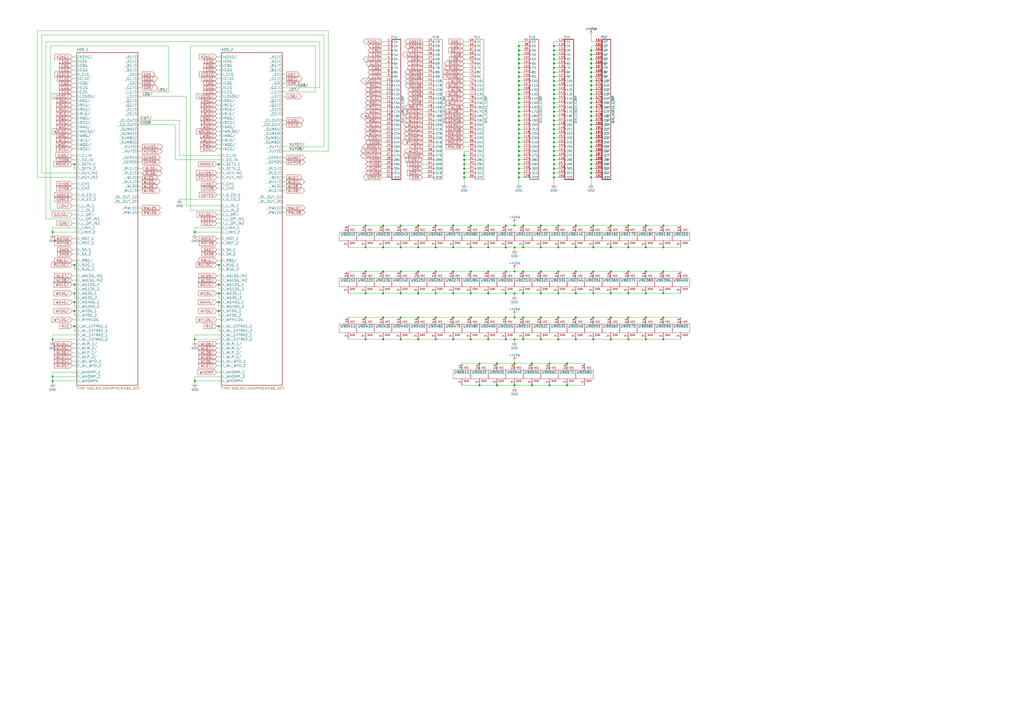
<source format=kicad_sch>
(kicad_sch (version 20211123) (generator eeschema)
  (paper "A2")
  (junction (at 342.9 85.09))
  (junction (at 222.25 130.81))
  (junction (at 262.89 184.15))
  (junction (at 43.18 175.26))
  (junction (at 232.41 196.85))
  (junction (at 323.85 143.51))
  (junction (at 242.57 157.48))
  (junction (at 222.25 157.48))
  (junction (at 293.37 130.81))
  (junction (at 300.99 92.71))
  (junction (at 342.9 49.53))
  (junction (at 334.01 157.48))
  (junction (at 354.33 143.51))
  (junction (at 342.9 87.63))
  (junction (at 300.99 82.55))
  (junction (at 273.05 157.48))
  (junction (at 321.31 100.33))
  (junction (at 293.37 157.48))
  (junction (at 212.09 196.85))
  (junction (at 300.99 72.39))
  (junction (at 354.33 130.81))
  (junction (at 321.31 90.17))
  (junction (at 313.69 143.51))
  (junction (at 273.05 143.51))
  (junction (at 303.53 157.48))
  (junction (at 321.31 97.79))
  (junction (at 298.45 184.15))
  (junction (at 342.9 80.01))
  (junction (at 262.89 143.51))
  (junction (at 342.9 90.17))
  (junction (at 300.99 39.37))
  (junction (at 321.31 41.91))
  (junction (at 384.81 196.85))
  (junction (at 342.9 67.31))
  (junction (at 321.31 62.23))
  (junction (at 222.25 170.18))
  (junction (at 321.31 102.87))
  (junction (at 342.9 92.71))
  (junction (at 321.31 59.69))
  (junction (at 321.31 49.53))
  (junction (at 334.01 196.85))
  (junction (at 232.41 130.81))
  (junction (at 222.25 143.51))
  (junction (at 344.17 130.81))
  (junction (at 344.17 196.85))
  (junction (at 321.31 52.07))
  (junction (at 300.99 46.99))
  (junction (at 269.24 102.87))
  (junction (at 364.49 184.15))
  (junction (at 342.9 57.15))
  (junction (at 212.09 157.48))
  (junction (at 269.24 95.25))
  (junction (at 293.37 170.18))
  (junction (at 364.49 130.81))
  (junction (at 374.65 170.18))
  (junction (at 342.9 29.21))
  (junction (at 300.99 49.53))
  (junction (at 321.31 36.83))
  (junction (at 374.65 130.81))
  (junction (at 374.65 143.51))
  (junction (at 300.99 100.33))
  (junction (at 113.03 134.62))
  (junction (at 127 175.26))
  (junction (at 321.31 31.75))
  (junction (at 300.99 54.61))
  (junction (at 127 153.67))
  (junction (at 298.45 130.81))
  (junction (at 354.33 170.18))
  (junction (at 252.73 196.85))
  (junction (at 321.31 29.21))
  (junction (at 300.99 41.91))
  (junction (at 354.33 196.85))
  (junction (at 342.9 46.99))
  (junction (at 374.65 196.85))
  (junction (at 342.9 82.55))
  (junction (at 269.24 92.71))
  (junction (at 342.9 41.91))
  (junction (at 222.25 184.15))
  (junction (at 321.31 85.09))
  (junction (at 232.41 143.51))
  (junction (at 321.31 57.15))
  (junction (at 342.9 77.47))
  (junction (at 321.31 72.39))
  (junction (at 313.69 184.15))
  (junction (at 293.37 143.51))
  (junction (at 252.73 157.48))
  (junction (at 334.01 184.15))
  (junction (at 300.99 44.45))
  (junction (at 342.9 74.93))
  (junction (at 262.89 196.85))
  (junction (at 212.09 130.81))
  (junction (at 308.61 223.52))
  (junction (at 298.45 210.82))
  (junction (at 242.57 130.81))
  (junction (at 232.41 170.18))
  (junction (at 252.73 170.18))
  (junction (at 342.9 59.69))
  (junction (at 342.9 54.61))
  (junction (at 212.09 184.15))
  (junction (at 127 165.1))
  (junction (at 252.73 184.15))
  (junction (at 313.69 196.85))
  (junction (at 354.33 184.15))
  (junction (at 283.21 184.15))
  (junction (at 321.31 64.77))
  (junction (at 298.45 170.18))
  (junction (at 300.99 87.63))
  (junction (at 273.05 184.15))
  (junction (at 334.01 170.18))
  (junction (at 313.69 157.48))
  (junction (at 212.09 143.51))
  (junction (at 342.9 36.83))
  (junction (at 364.49 196.85))
  (junction (at 30.48 196.85))
  (junction (at 342.9 95.25))
  (junction (at 127 189.23))
  (junction (at 321.31 77.47))
  (junction (at 364.49 143.51))
  (junction (at 374.65 157.48))
  (junction (at 288.29 210.82))
  (junction (at 300.99 69.85))
  (junction (at 283.21 196.85))
  (junction (at 303.53 143.51))
  (junction (at 242.57 196.85))
  (junction (at 232.41 184.15))
  (junction (at 113.03 220.98))
  (junction (at 342.9 69.85))
  (junction (at 298.45 157.48))
  (junction (at 30.48 218.44))
  (junction (at 273.05 130.81))
  (junction (at 242.57 143.51))
  (junction (at 328.93 223.52))
  (junction (at 364.49 170.18))
  (junction (at 113.03 196.85))
  (junction (at 321.31 44.45))
  (junction (at 342.9 31.75))
  (junction (at 300.99 34.29))
  (junction (at 269.24 100.33))
  (junction (at 321.31 46.99))
  (junction (at 242.57 170.18))
  (junction (at 321.31 34.29))
  (junction (at 342.9 62.23))
  (junction (at 321.31 74.93))
  (junction (at 303.53 196.85))
  (junction (at 283.21 170.18))
  (junction (at 342.9 34.29))
  (junction (at 288.29 223.52))
  (junction (at 300.99 90.17))
  (junction (at 342.9 72.39))
  (junction (at 303.53 130.81))
  (junction (at 300.99 59.69))
  (junction (at 262.89 157.48))
  (junction (at 342.9 44.45))
  (junction (at 342.9 39.37))
  (junction (at 43.18 153.67))
  (junction (at 323.85 130.81))
  (junction (at 252.73 130.81))
  (junction (at 384.81 143.51))
  (junction (at 313.69 130.81))
  (junction (at 300.99 57.15))
  (junction (at 300.99 74.93))
  (junction (at 384.81 170.18))
  (junction (at 384.81 157.48))
  (junction (at 344.17 170.18))
  (junction (at 278.13 210.82))
  (junction (at 303.53 184.15))
  (junction (at 273.05 196.85))
  (junction (at 342.9 97.79))
  (junction (at 300.99 77.47))
  (junction (at 212.09 170.18))
  (junction (at 300.99 52.07))
  (junction (at 127 95.25))
  (junction (at 323.85 170.18))
  (junction (at 262.89 130.81))
  (junction (at 262.89 170.18))
  (junction (at 313.69 170.18))
  (junction (at 293.37 184.15))
  (junction (at 323.85 157.48))
  (junction (at 43.18 170.18))
  (junction (at 300.99 29.21))
  (junction (at 283.21 143.51))
  (junction (at 384.81 130.81))
  (junction (at 321.31 67.31))
  (junction (at 321.31 26.67))
  (junction (at 321.31 95.25))
  (junction (at 321.31 87.63))
  (junction (at 321.31 39.37))
  (junction (at 43.18 95.25))
  (junction (at 342.9 52.07))
  (junction (at 300.99 62.23))
  (junction (at 321.31 92.71))
  (junction (at 323.85 196.85))
  (junction (at 43.18 165.1))
  (junction (at 300.99 102.87))
  (junction (at 328.93 210.82))
  (junction (at 334.01 143.51))
  (junction (at 242.57 184.15))
  (junction (at 344.17 184.15))
  (junction (at 269.24 97.79))
  (junction (at 344.17 157.48))
  (junction (at 300.99 64.77))
  (junction (at 323.85 184.15))
  (junction (at 321.31 54.61))
  (junction (at 300.99 26.67))
  (junction (at 364.49 157.48))
  (junction (at 298.45 143.51))
  (junction (at 43.18 180.34))
  (junction (at 283.21 130.81))
  (junction (at 283.21 157.48))
  (junction (at 300.99 97.79))
  (junction (at 127 180.34))
  (junction (at 232.41 157.48))
  (junction (at 321.31 82.55))
  (junction (at 342.9 64.77))
  (junction (at 344.17 143.51))
  (junction (at 298.45 196.85))
  (junction (at 300.99 95.25))
  (junction (at 334.01 130.81))
  (junction (at 300.99 31.75))
  (junction (at 354.33 157.48))
  (junction (at 269.24 90.17))
  (junction (at 43.18 189.23))
  (junction (at 318.77 223.52))
  (junction (at 308.61 210.82))
  (junction (at 30.48 220.98))
  (junction (at 252.73 143.51))
  (junction (at 273.05 170.18))
  (junction (at 222.25 196.85))
  (junction (at 318.77 210.82))
  (junction (at 384.81 184.15))
  (junction (at 127 170.18))
  (junction (at 293.37 196.85))
  (junction (at 298.45 223.52))
  (junction (at 300.99 67.31))
  (junction (at 303.53 170.18))
  (junction (at 300.99 85.09))
  (junction (at 30.48 134.62))
  (junction (at 374.65 184.15))
  (junction (at 342.9 100.33))
  (junction (at 278.13 223.52))
  (junction (at 300.99 36.83))
  (junction (at 321.31 69.85))
  (junction (at 300.99 80.01))
  (junction (at 321.31 80.01))
  (junction (at 342.9 102.87))
  (wire (pts (xy 271.78 44.45) (xy 269.24 44.45)))
  (wire (pts (xy 283.21 157.48) (xy 293.37 157.48)))
  (wire (pts (xy 44.45 207.01) (xy 41.91 207.01)))
  (wire (pts (xy 271.78 67.31) (xy 269.24 67.31)))
  (wire (pts (xy 300.99 44.45) (xy 303.53 44.45)))
  (wire (pts (xy 321.31 49.53) (xy 321.31 52.07)))
  (wire (pts (xy 223.52 34.29) (xy 220.98 34.29)))
  (wire (pts (xy 43.18 189.23) (xy 44.45 189.23)))
  (wire (pts (xy 163.83 120.65) (xy 166.37 120.65)))
  (wire (pts (xy 247.65 34.29) (xy 245.11 34.29)))
  (wire (pts (xy 80.01 93.98) (xy 82.55 93.98)))
  (wire (pts (xy 321.31 46.99) (xy 323.85 46.99)))
  (wire (pts (xy 127 180.34) (xy 128.27 180.34)))
  (wire (pts (xy 293.37 170.18) (xy 298.45 170.18)))
  (wire (pts (xy 223.52 54.61) (xy 220.98 54.61)))
  (wire (pts (xy 212.09 196.85) (xy 222.25 196.85)))
  (wire (pts (xy 128.27 78.74) (xy 125.73 78.74)))
  (wire (pts (xy 44.45 45.72) (xy 41.91 45.72)))
  (wire (pts (xy 342.9 34.29) (xy 342.9 36.83)))
  (wire (pts (xy 321.31 92.71) (xy 323.85 92.71)))
  (wire (pts (xy 223.52 29.21) (xy 220.98 29.21)))
  (wire (pts (xy 247.65 62.23) (xy 245.11 62.23)))
  (wire (pts (xy 127 153.67) (xy 127 156.21)))
  (wire (pts (xy 128.27 129.54) (xy 125.73 129.54)))
  (wire (pts (xy 334.01 143.51) (xy 344.17 143.51)))
  (wire (pts (xy 201.93 196.85) (xy 212.09 196.85)))
  (wire (pts (xy 247.65 54.61) (xy 245.11 54.61)))
  (wire (pts (xy 342.9 52.07) (xy 345.44 52.07)))
  (wire (pts (xy 303.53 184.15) (xy 313.69 184.15)))
  (wire (pts (xy 303.53 196.85) (xy 313.69 196.85)))
  (wire (pts (xy 374.65 170.18) (xy 384.81 170.18)))
  (wire (pts (xy 300.99 80.01) (xy 300.99 82.55)))
  (wire (pts (xy 128.27 191.77) (xy 127 191.77)))
  (wire (pts (xy 44.45 60.96) (xy 41.91 60.96)))
  (wire (pts (xy 223.52 24.13) (xy 220.98 24.13)))
  (wire (pts (xy 300.99 44.45) (xy 300.99 46.99)))
  (wire (pts (xy 44.45 43.18) (xy 41.91 43.18)))
  (wire (pts (xy 163.83 107.95) (xy 166.37 107.95)))
  (wire (pts (xy 222.25 170.18) (xy 232.41 170.18)))
  (wire (pts (xy 128.27 76.2) (xy 125.73 76.2)))
  (wire (pts (xy 44.45 106.68) (xy 41.91 106.68)))
  (wire (pts (xy 262.89 130.81) (xy 273.05 130.81)))
  (wire (pts (xy 298.45 157.48) (xy 303.53 157.48)))
  (wire (pts (xy 300.99 67.31) (xy 303.53 67.31)))
  (wire (pts (xy 321.31 62.23) (xy 323.85 62.23)))
  (wire (pts (xy 223.52 46.99) (xy 220.98 46.99)))
  (wire (pts (xy 44.45 66.04) (xy 41.91 66.04)))
  (wire (pts (xy 321.31 44.45) (xy 321.31 46.99)))
  (wire (pts (xy 41.91 180.34) (xy 43.18 180.34)))
  (wire (pts (xy 342.9 26.67) (xy 345.44 26.67)))
  (wire (pts (xy 128.27 58.42) (xy 125.73 58.42)))
  (wire (pts (xy 283.21 184.15) (xy 293.37 184.15)))
  (wire (pts (xy 342.9 52.07) (xy 342.9 54.61)))
  (wire (pts (xy 223.52 100.33) (xy 220.98 100.33)))
  (wire (pts (xy 300.99 82.55) (xy 303.53 82.55)))
  (wire (pts (xy 271.78 62.23) (xy 269.24 62.23)))
  (wire (pts (xy 223.52 62.23) (xy 220.98 62.23)))
  (wire (pts (xy 128.27 132.08) (xy 113.03 132.08)))
  (wire (pts (xy 342.9 57.15) (xy 345.44 57.15)))
  (wire (pts (xy 247.65 97.79) (xy 245.11 97.79)))
  (wire (pts (xy 247.65 80.01) (xy 245.11 80.01)))
  (wire (pts (xy 303.53 26.67) (xy 300.99 26.67)))
  (wire (pts (xy 321.31 95.25) (xy 323.85 95.25)))
  (wire (pts (xy 321.31 87.63) (xy 321.31 90.17)))
  (wire (pts (xy 44.45 81.28) (xy 41.91 81.28)))
  (wire (pts (xy 313.69 170.18) (xy 323.85 170.18)))
  (wire (pts (xy 232.41 184.15) (xy 242.57 184.15)))
  (wire (pts (xy 342.9 64.77) (xy 345.44 64.77)))
  (wire (pts (xy 344.17 130.81) (xy 354.33 130.81)))
  (wire (pts (xy 342.9 77.47) (xy 345.44 77.47)))
  (wire (pts (xy 43.18 156.21) (xy 44.45 156.21)))
  (wire (pts (xy 300.99 59.69) (xy 303.53 59.69)))
  (wire (pts (xy 223.52 92.71) (xy 220.98 92.71)))
  (wire (pts (xy 321.31 74.93) (xy 321.31 77.47)))
  (wire (pts (xy 300.99 77.47) (xy 300.99 80.01)))
  (wire (pts (xy 262.89 170.18) (xy 273.05 170.18)))
  (wire (pts (xy 252.73 184.15) (xy 262.89 184.15)))
  (wire (pts (xy 267.97 210.82) (xy 278.13 210.82)))
  (wire (pts (xy 44.45 212.09) (xy 41.91 212.09)))
  (wire (pts (xy 182.88 26.67) (xy 110.49 26.67)))
  (wire (pts (xy 384.81 130.81) (xy 394.97 130.81)))
  (wire (pts (xy 344.17 143.51) (xy 354.33 143.51)))
  (wire (pts (xy 318.77 223.52) (xy 328.93 223.52)))
  (wire (pts (xy 384.81 143.51) (xy 394.97 143.51)))
  (wire (pts (xy 321.31 80.01) (xy 321.31 82.55)))
  (wire (pts (xy 269.24 90.17) (xy 269.24 92.71)))
  (wire (pts (xy 44.45 144.78) (xy 41.91 144.78)))
  (wire (pts (xy 298.45 210.82) (xy 308.61 210.82)))
  (wire (pts (xy 125.73 170.18) (xy 127 170.18)))
  (wire (pts (xy 44.45 138.43) (xy 41.91 138.43)))
  (wire (pts (xy 313.69 196.85) (xy 323.85 196.85)))
  (wire (pts (xy 269.24 102.87) (xy 271.78 102.87)))
  (wire (pts (xy 342.9 54.61) (xy 345.44 54.61)))
  (wire (pts (xy 344.17 170.18) (xy 354.33 170.18)))
  (wire (pts (xy 223.52 67.31) (xy 220.98 67.31)))
  (wire (pts (xy 41.91 165.1) (xy 43.18 165.1)))
  (wire (pts (xy 300.99 80.01) (xy 303.53 80.01)))
  (wire (pts (xy 321.31 36.83) (xy 323.85 36.83)))
  (wire (pts (xy 80.01 105.41) (xy 82.55 105.41)))
  (wire (pts (xy 128.27 35.56) (xy 125.73 35.56)))
  (wire (pts (xy 321.31 52.07) (xy 321.31 54.61)))
  (wire (pts (xy 300.99 24.13) (xy 300.99 26.67)))
  (wire (pts (xy 44.45 71.12) (xy 41.91 71.12)))
  (wire (pts (xy 342.9 102.87) (xy 345.44 102.87)))
  (wire (pts (xy 30.48 134.62) (xy 30.48 135.89)))
  (wire (pts (xy 43.18 170.18) (xy 43.18 172.72)))
  (wire (pts (xy 271.78 59.69) (xy 269.24 59.69)))
  (wire (pts (xy 80.01 123.19) (xy 82.55 123.19)))
  (wire (pts (xy 44.45 58.42) (xy 41.91 58.42)))
  (wire (pts (xy 44.45 48.26) (xy 41.91 48.26)))
  (wire (pts (xy 223.52 97.79) (xy 220.98 97.79)))
  (wire (pts (xy 374.65 157.48) (xy 384.81 157.48)))
  (wire (pts (xy 313.69 143.51) (xy 323.85 143.51)))
  (wire (pts (xy 342.9 24.13) (xy 342.9 20.32)))
  (wire (pts (xy 364.49 143.51) (xy 374.65 143.51)))
  (wire (pts (xy 342.9 87.63) (xy 342.9 90.17)))
  (wire (pts (xy 328.93 223.52) (xy 339.09 223.52)))
  (wire (pts (xy 163.83 50.8) (xy 185.42 50.8)))
  (wire (pts (xy 345.44 24.13) (xy 342.9 24.13)))
  (wire (pts (xy 273.05 143.51) (xy 283.21 143.51)))
  (wire (pts (xy 24.13 20.32) (xy 24.13 100.33)))
  (wire (pts (xy 283.21 196.85) (xy 293.37 196.85)))
  (wire (pts (xy 321.31 26.67) (xy 321.31 29.21)))
  (wire (pts (xy 247.65 44.45) (xy 245.11 44.45)))
  (wire (pts (xy 303.53 130.81) (xy 313.69 130.81)))
  (wire (pts (xy 80.01 55.88) (xy 107.95 55.88)))
  (wire (pts (xy 128.27 199.39) (xy 125.73 199.39)))
  (wire (pts (xy 223.52 64.77) (xy 220.98 64.77)))
  (wire (pts (xy 323.85 196.85) (xy 334.01 196.85)))
  (wire (pts (xy 323.85 26.67) (xy 321.31 26.67)))
  (wire (pts (xy 298.45 223.52) (xy 298.45 224.79)))
  (wire (pts (xy 247.65 85.09) (xy 245.11 85.09)))
  (wire (pts (xy 321.31 62.23) (xy 321.31 64.77)))
  (wire (pts (xy 223.52 77.47) (xy 220.98 77.47)))
  (wire (pts (xy 190.5 87.63) (xy 190.5 17.78)))
  (wire (pts (xy 342.9 44.45) (xy 342.9 46.99)))
  (wire (pts (xy 163.83 87.63) (xy 190.5 87.63)))
  (wire (pts (xy 321.31 34.29) (xy 321.31 36.83)))
  (wire (pts (xy 334.01 184.15) (xy 344.17 184.15)))
  (wire (pts (xy 113.03 218.44) (xy 113.03 220.98)))
  (wire (pts (xy 232.41 170.18) (xy 242.57 170.18)))
  (wire (pts (xy 21.59 17.78) (xy 21.59 102.87)))
  (wire (pts (xy 127 191.77) (xy 127 189.23)))
  (wire (pts (xy 300.99 72.39) (xy 303.53 72.39)))
  (wire (pts (xy 342.9 82.55) (xy 345.44 82.55)))
  (wire (pts (xy 273.05 130.81) (xy 283.21 130.81)))
  (wire (pts (xy 298.45 170.18) (xy 303.53 170.18)))
  (wire (pts (xy 313.69 130.81) (xy 323.85 130.81)))
  (wire (pts (xy 342.9 59.69) (xy 342.9 62.23)))
  (wire (pts (xy 127 165.1) (xy 127 167.64)))
  (wire (pts (xy 323.85 143.51) (xy 334.01 143.51)))
  (wire (pts (xy 342.9 41.91) (xy 345.44 41.91)))
  (wire (pts (xy 104.14 115.57) (xy 128.27 115.57)))
  (wire (pts (xy 242.57 157.48) (xy 252.73 157.48)))
  (wire (pts (xy 185.42 50.8) (xy 185.42 24.13)))
  (wire (pts (xy 269.24 100.33) (xy 271.78 100.33)))
  (wire (pts (xy 80.01 107.95) (xy 82.55 107.95)))
  (wire (pts (xy 127 175.26) (xy 128.27 175.26)))
  (wire (pts (xy 43.18 95.25) (xy 43.18 97.79)))
  (wire (pts (xy 300.99 31.75) (xy 303.53 31.75)))
  (wire (pts (xy 113.03 196.85) (xy 113.03 198.12)))
  (wire (pts (xy 187.96 85.09) (xy 187.96 20.32)))
  (wire (pts (xy 44.45 185.42) (xy 41.91 185.42)))
  (wire (pts (xy 273.05 196.85) (xy 283.21 196.85)))
  (wire (pts (xy 300.99 87.63) (xy 300.99 90.17)))
  (wire (pts (xy 342.9 92.71) (xy 345.44 92.71)))
  (wire (pts (xy 247.65 82.55) (xy 245.11 82.55)))
  (wire (pts (xy 321.31 72.39) (xy 321.31 74.93)))
  (wire (pts (xy 345.44 29.21) (xy 342.9 29.21)))
  (wire (pts (xy 212.09 130.81) (xy 222.25 130.81)))
  (wire (pts (xy 80.01 91.44) (xy 82.55 91.44)))
  (wire (pts (xy 43.18 170.18) (xy 44.45 170.18)))
  (wire (pts (xy 300.99 49.53) (xy 303.53 49.53)))
  (wire (pts (xy 125.73 175.26) (xy 127 175.26)))
  (wire (pts (xy 364.49 184.15) (xy 374.65 184.15)))
  (wire (pts (xy 44.45 201.93) (xy 41.91 201.93)))
  (wire (pts (xy 223.52 31.75) (xy 220.98 31.75)))
  (wire (pts (xy 318.77 210.82) (xy 328.93 210.82)))
  (wire (pts (xy 300.99 100.33) (xy 300.99 102.87)))
  (wire (pts (xy 374.65 143.51) (xy 384.81 143.51)))
  (wire (pts (xy 127 172.72) (xy 128.27 172.72)))
  (wire (pts (xy 223.52 26.67) (xy 220.98 26.67)))
  (wire (pts (xy 262.89 184.15) (xy 273.05 184.15)))
  (wire (pts (xy 262.89 196.85) (xy 273.05 196.85)))
  (wire (pts (xy 128.27 113.03) (xy 125.73 113.03)))
  (wire (pts (xy 201.93 184.15) (xy 212.09 184.15)))
  (wire (pts (xy 222.25 184.15) (xy 232.41 184.15)))
  (wire (pts (xy 342.9 26.67) (xy 342.9 29.21)))
  (wire (pts (xy 30.48 196.85) (xy 30.48 198.12)))
  (wire (pts (xy 201.93 157.48) (xy 212.09 157.48)))
  (wire (pts (xy 271.78 80.01) (xy 269.24 80.01)))
  (wire (pts (xy 321.31 41.91) (xy 321.31 44.45)))
  (wire (pts (xy 321.31 57.15) (xy 323.85 57.15)))
  (wire (pts (xy 273.05 157.48) (xy 283.21 157.48)))
  (wire (pts (xy 342.9 92.71) (xy 342.9 95.25)))
  (wire (pts (xy 313.69 157.48) (xy 323.85 157.48)))
  (wire (pts (xy 128.27 201.93) (xy 125.73 201.93)))
  (wire (pts (xy 110.49 121.92) (xy 128.27 121.92)))
  (wire (pts (xy 128.27 38.1) (xy 125.73 38.1)))
  (wire (pts (xy 44.45 50.8) (xy 41.91 50.8)))
  (wire (pts (xy 128.27 196.85) (xy 113.03 196.85)))
  (wire (pts (xy 321.31 69.85) (xy 321.31 72.39)))
  (wire (pts (xy 201.93 143.51) (xy 212.09 143.51)))
  (wire (pts (xy 271.78 36.83) (xy 269.24 36.83)))
  (wire (pts (xy 247.65 49.53) (xy 245.11 49.53)))
  (wire (pts (xy 223.52 82.55) (xy 220.98 82.55)))
  (wire (pts (xy 222.25 143.51) (xy 232.41 143.51)))
  (wire (pts (xy 223.52 74.93) (xy 220.98 74.93)))
  (wire (pts (xy 43.18 182.88) (xy 44.45 182.88)))
  (wire (pts (xy 163.83 72.39) (xy 166.37 72.39)))
  (wire (pts (xy 125.73 165.1) (xy 127 165.1)))
  (wire (pts (xy 342.9 41.91) (xy 342.9 44.45)))
  (wire (pts (xy 43.18 175.26) (xy 44.45 175.26)))
  (wire (pts (xy 344.17 196.85) (xy 354.33 196.85)))
  (wire (pts (xy 342.9 74.93) (xy 345.44 74.93)))
  (wire (pts (xy 232.41 196.85) (xy 242.57 196.85)))
  (wire (pts (xy 321.31 31.75) (xy 321.31 34.29)))
  (wire (pts (xy 247.65 100.33) (xy 245.11 100.33)))
  (wire (pts (xy 269.24 87.63) (xy 269.24 90.17)))
  (wire (pts (xy 44.45 204.47) (xy 41.91 204.47)))
  (wire (pts (xy 321.31 80.01) (xy 323.85 80.01)))
  (wire (pts (xy 163.83 102.87) (xy 166.37 102.87)))
  (wire (pts (xy 44.45 68.58) (xy 41.91 68.58)))
  (wire (pts (xy 374.65 130.81) (xy 384.81 130.81)))
  (wire (pts (xy 44.45 40.64) (xy 41.91 40.64)))
  (wire (pts (xy 80.01 43.18) (xy 82.55 43.18)))
  (wire (pts (xy 308.61 223.52) (xy 318.77 223.52)))
  (wire (pts (xy 321.31 59.69) (xy 321.31 62.23)))
  (wire (pts (xy 269.24 92.71) (xy 269.24 95.25)))
  (wire (pts (xy 321.31 97.79) (xy 323.85 97.79)))
  (wire (pts (xy 44.45 115.57) (xy 41.91 115.57)))
  (wire (pts (xy 342.9 62.23) (xy 345.44 62.23)))
  (wire (pts (xy 342.9 57.15) (xy 342.9 59.69)))
  (wire (pts (xy 128.27 50.8) (xy 125.73 50.8)))
  (wire (pts (xy 269.24 90.17) (xy 271.78 90.17)))
  (wire (pts (xy 128.27 68.58) (xy 125.73 68.58)))
  (wire (pts (xy 245.11 72.39) (xy 247.65 72.39)))
  (wire (pts (xy 247.65 67.31) (xy 245.11 67.31)))
  (wire (pts (xy 80.01 50.8) (xy 82.55 50.8)))
  (wire (pts (xy 271.78 69.85) (xy 269.24 69.85)))
  (wire (pts (xy 43.18 95.25) (xy 44.45 95.25)))
  (wire (pts (xy 342.9 39.37) (xy 342.9 41.91)))
  (wire (pts (xy 342.9 36.83) (xy 345.44 36.83)))
  (wire (pts (xy 44.45 109.22) (xy 41.91 109.22)))
  (wire (pts (xy 273.05 170.18) (xy 283.21 170.18)))
  (wire (pts (xy 300.99 57.15) (xy 300.99 59.69)))
  (wire (pts (xy 267.97 223.52) (xy 278.13 223.52)))
  (wire (pts (xy 321.31 95.25) (xy 321.31 97.79)))
  (wire (pts (xy 44.45 35.56) (xy 41.91 35.56)))
  (wire (pts (xy 223.52 102.87) (xy 220.98 102.87)))
  (wire (pts (xy 185.42 24.13) (xy 26.67 24.13)))
  (wire (pts (xy 127 153.67) (xy 128.27 153.67)))
  (wire (pts (xy 342.9 64.77) (xy 342.9 67.31)))
  (wire (pts (xy 271.78 26.67) (xy 269.24 26.67)))
  (wire (pts (xy 283.21 130.81) (xy 293.37 130.81)))
  (wire (pts (xy 278.13 223.52) (xy 288.29 223.52)))
  (wire (pts (xy 41.91 153.67) (xy 43.18 153.67)))
  (wire (pts (xy 321.31 36.83) (xy 321.31 39.37)))
  (wire (pts (xy 342.9 44.45) (xy 345.44 44.45)))
  (wire (pts (xy 163.83 91.44) (xy 166.37 91.44)))
  (wire (pts (xy 201.93 170.18) (xy 212.09 170.18)))
  (wire (pts (xy 323.85 157.48) (xy 334.01 157.48)))
  (wire (pts (xy 342.9 97.79) (xy 345.44 97.79)))
  (wire (pts (xy 271.78 54.61) (xy 269.24 54.61)))
  (wire (pts (xy 44.45 191.77) (xy 43.18 191.77)))
  (wire (pts (xy 223.52 69.85) (xy 220.98 69.85)))
  (wire (pts (xy 354.33 184.15) (xy 364.49 184.15)))
  (wire (pts (xy 80.01 97.79) (xy 82.55 97.79)))
  (wire (pts (xy 300.99 31.75) (xy 300.99 34.29)))
  (wire (pts (xy 44.45 90.17) (xy 41.91 90.17)))
  (wire (pts (xy 80.01 45.72) (xy 82.55 45.72)))
  (wire (pts (xy 300.99 100.33) (xy 303.53 100.33)))
  (wire (pts (xy 44.45 220.98) (xy 30.48 220.98)))
  (wire (pts (xy 283.21 143.51) (xy 293.37 143.51)))
  (wire (pts (xy 300.99 59.69) (xy 300.99 62.23)))
  (wire (pts (xy 384.81 170.18) (xy 394.97 170.18)))
  (wire (pts (xy 43.18 175.26) (xy 43.18 177.8)))
  (wire (pts (xy 128.27 185.42) (xy 125.73 185.42)))
  (wire (pts (xy 321.31 57.15) (xy 321.31 59.69)))
  (wire (pts (xy 44.45 53.34) (xy 41.91 53.34)))
  (wire (pts (xy 300.99 41.91) (xy 300.99 44.45)))
  (wire (pts (xy 128.27 127) (xy 125.73 127)))
  (wire (pts (xy 342.9 100.33) (xy 342.9 102.87)))
  (wire (pts (xy 80.01 87.63) (xy 82.55 87.63)))
  (wire (pts (xy 271.78 52.07) (xy 269.24 52.07)))
  (wire (pts (xy 300.99 95.25) (xy 300.99 97.79)))
  (wire (pts (xy 300.99 102.87) (xy 303.53 102.87)))
  (wire (pts (xy 80.01 100.33) (xy 82.55 100.33)))
  (wire (pts (xy 269.24 97.79) (xy 269.24 100.33)))
  (wire (pts (xy 128.27 43.18) (xy 125.73 43.18)))
  (wire (pts (xy 43.18 167.64) (xy 44.45 167.64)))
  (wire (pts (xy 43.18 97.79) (xy 44.45 97.79)))
  (wire (pts (xy 43.18 165.1) (xy 43.18 167.64)))
  (wire (pts (xy 113.03 220.98) (xy 113.03 222.25)))
  (wire (pts (xy 271.78 64.77) (xy 269.24 64.77)))
  (wire (pts (xy 321.31 64.77) (xy 323.85 64.77)))
  (wire (pts (xy 300.99 85.09) (xy 300.99 87.63)))
  (wire (pts (xy 127 170.18) (xy 127 172.72)))
  (wire (pts (xy 342.9 90.17) (xy 342.9 92.71)))
  (wire (pts (xy 300.99 69.85) (xy 300.99 72.39)))
  (wire (pts (xy 300.99 64.77) (xy 300.99 67.31)))
  (wire (pts (xy 271.78 49.53) (xy 269.24 49.53)))
  (wire (pts (xy 128.27 109.22) (xy 125.73 109.22)))
  (wire (pts (xy 107.95 119.38) (xy 128.27 119.38)))
  (wire (pts (xy 44.45 78.74) (xy 41.91 78.74)))
  (wire (pts (xy 127 170.18) (xy 128.27 170.18)))
  (wire (pts (xy 269.24 95.25) (xy 269.24 97.79)))
  (wire (pts (xy 127 189.23) (xy 128.27 189.23)))
  (wire (pts (xy 127 182.88) (xy 128.27 182.88)))
  (wire (pts (xy 127 177.8) (xy 128.27 177.8)))
  (wire (pts (xy 300.99 97.79) (xy 303.53 97.79)))
  (wire (pts (xy 128.27 100.33) (xy 125.73 100.33)))
  (wire (pts (xy 212.09 184.15) (xy 222.25 184.15)))
  (wire (pts (xy 128.27 102.87) (xy 125.73 102.87)))
  (wire (pts (xy 128.27 33.02) (xy 125.73 33.02)))
  (wire (pts (xy 128.27 144.78) (xy 125.73 144.78)))
  (wire (pts (xy 298.45 143.51) (xy 303.53 143.51)))
  (wire (pts (xy 328.93 210.82) (xy 339.09 210.82)))
  (wire (pts (xy 128.27 63.5) (xy 125.73 63.5)))
  (wire (pts (xy 321.31 72.39) (xy 323.85 72.39)))
  (wire (pts (xy 342.9 46.99) (xy 345.44 46.99)))
  (wire (pts (xy 127 175.26) (xy 127 177.8)))
  (wire (pts (xy 300.99 95.25) (xy 303.53 95.25)))
  (wire (pts (xy 128.27 162.56) (xy 125.73 162.56)))
  (wire (pts (xy 24.13 100.33) (xy 44.45 100.33)))
  (wire (pts (xy 298.45 196.85) (xy 303.53 196.85)))
  (wire (pts (xy 125.73 189.23) (xy 127 189.23)))
  (wire (pts (xy 44.45 209.55) (xy 41.91 209.55)))
  (wire (pts (xy 269.24 87.63) (xy 271.78 87.63)))
  (wire (pts (xy 222.25 196.85) (xy 232.41 196.85)))
  (wire (pts (xy 344.17 184.15) (xy 354.33 184.15)))
  (wire (pts (xy 300.99 57.15) (xy 303.53 57.15)))
  (wire (pts (xy 303.53 143.51) (xy 313.69 143.51)))
  (wire (pts (xy 128.27 106.68) (xy 125.73 106.68)))
  (wire (pts (xy 107.95 55.88) (xy 107.95 119.38)))
  (wire (pts (xy 321.31 102.87) (xy 321.31 106.68)))
  (wire (pts (xy 303.53 157.48) (xy 313.69 157.48)))
  (wire (pts (xy 80.01 85.09) (xy 82.55 85.09)))
  (wire (pts (xy 212.09 157.48) (xy 222.25 157.48)))
  (wire (pts (xy 41.91 95.25) (xy 43.18 95.25)))
  (wire (pts (xy 163.83 85.09) (xy 187.96 85.09)))
  (wire (pts (xy 342.9 54.61) (xy 342.9 57.15)))
  (wire (pts (xy 374.65 196.85) (xy 384.81 196.85)))
  (wire (pts (xy 278.13 210.82) (xy 288.29 210.82)))
  (wire (pts (xy 321.31 100.33) (xy 323.85 100.33)))
  (wire (pts (xy 30.48 194.31) (xy 30.48 196.85)))
  (wire (pts (xy 293.37 130.81) (xy 298.45 130.81)))
  (wire (pts (xy 101.6 92.71) (xy 128.27 92.71)))
  (wire (pts (xy 344.17 157.48) (xy 354.33 157.48)))
  (wire (pts (xy 232.41 143.51) (xy 242.57 143.51)))
  (wire (pts (xy 334.01 130.81) (xy 344.17 130.81)))
  (wire (pts (xy 271.78 39.37) (xy 269.24 39.37)))
  (wire (pts (xy 201.93 130.81) (xy 212.09 130.81)))
  (wire (pts (xy 247.65 36.83) (xy 245.11 36.83)))
  (wire (pts (xy 298.45 182.88) (xy 298.45 184.15)))
  (wire (pts (xy 269.24 100.33) (xy 269.24 102.87)))
  (wire (pts (xy 271.78 72.39) (xy 269.24 72.39)))
  (wire (pts (xy 300.99 62.23) (xy 303.53 62.23)))
  (wire (pts (xy 30.48 218.44) (xy 30.48 220.98)))
  (wire (pts (xy 298.45 209.55) (xy 298.45 210.82)))
  (wire (pts (xy 262.89 157.48) (xy 273.05 157.48)))
  (wire (pts (xy 300.99 49.53) (xy 300.99 52.07)))
  (wire (pts (xy 128.27 40.64) (xy 125.73 40.64)))
  (wire (pts (xy 128.27 207.01) (xy 125.73 207.01)))
  (wire (pts (xy 364.49 157.48) (xy 374.65 157.48)))
  (wire (pts (xy 300.99 77.47) (xy 303.53 77.47)))
  (wire (pts (xy 342.9 36.83) (xy 342.9 39.37)))
  (wire (pts (xy 128.27 215.9) (xy 125.73 215.9)))
  (wire (pts (xy 44.45 63.5) (xy 41.91 63.5)))
  (wire (pts (xy 321.31 77.47) (xy 323.85 77.47)))
  (wire (pts (xy 43.18 177.8) (xy 44.45 177.8)))
  (wire (pts (xy 300.99 87.63) (xy 303.53 87.63)))
  (wire (pts (xy 271.78 85.09) (xy 269.24 85.09)))
  (wire (pts (xy 127 95.25) (xy 127 97.79)))
  (wire (pts (xy 104.14 90.17) (xy 128.27 90.17)))
  (wire (pts (xy 298.45 184.15) (xy 303.53 184.15)))
  (wire (pts (xy 247.65 90.17) (xy 245.11 90.17)))
  (wire (pts (xy 342.9 49.53) (xy 342.9 52.07)))
  (wire (pts (xy 300.99 82.55) (xy 300.99 85.09)))
  (wire (pts (xy 128.27 60.96) (xy 125.73 60.96)))
  (wire (pts (xy 321.31 41.91) (xy 323.85 41.91)))
  (wire (pts (xy 242.57 143.51) (xy 252.73 143.51)))
  (wire (pts (xy 30.48 215.9) (xy 30.48 218.44)))
  (wire (pts (xy 300.99 46.99) (xy 300.99 49.53)))
  (wire (pts (xy 300.99 26.67) (xy 300.99 29.21)))
  (wire (pts (xy 321.31 92.71) (xy 321.31 95.25)))
  (wire (pts (xy 247.65 102.87) (xy 245.11 102.87)))
  (wire (pts (xy 44.45 92.71) (xy 41.91 92.71)))
  (wire (pts (xy 321.31 90.17) (xy 323.85 90.17)))
  (wire (pts (xy 323.85 130.81) (xy 334.01 130.81)))
  (wire (pts (xy 252.73 143.51) (xy 262.89 143.51)))
  (wire (pts (xy 321.31 77.47) (xy 321.31 80.01)))
  (wire (pts (xy 300.99 29.21) (xy 303.53 29.21)))
  (wire (pts (xy 321.31 67.31) (xy 323.85 67.31)))
  (wire (pts (xy 271.78 82.55) (xy 269.24 82.55)))
  (wire (pts (xy 128.27 55.88) (xy 125.73 55.88)))
  (wire (pts (xy 321.31 54.61) (xy 321.31 57.15)))
  (wire (pts (xy 245.11 74.93) (xy 247.65 74.93)))
  (wire (pts (xy 298.45 129.54) (xy 298.45 130.81)))
  (wire (pts (xy 97.79 26.67) (xy 29.21 26.67)))
  (wire (pts (xy 342.9 67.31) (xy 345.44 67.31)))
  (wire (pts (xy 269.24 92.71) (xy 271.78 92.71)))
  (wire (pts (xy 334.01 170.18) (xy 344.17 170.18)))
  (wire (pts (xy 269.24 95.25) (xy 271.78 95.25)))
  (wire (pts (xy 300.99 41.91) (xy 303.53 41.91)))
  (wire (pts (xy 247.65 41.91) (xy 245.11 41.91)))
  (wire (pts (xy 342.9 69.85) (xy 345.44 69.85)))
  (wire (pts (xy 41.91 175.26) (xy 43.18 175.26)))
  (wire (pts (xy 321.31 102.87) (xy 323.85 102.87)))
  (wire (pts (xy 242.57 196.85) (xy 252.73 196.85)))
  (wire (pts (xy 262.89 143.51) (xy 273.05 143.51)))
  (wire (pts (xy 128.27 209.55) (xy 125.73 209.55)))
  (wire (pts (xy 321.31 59.69) (xy 323.85 59.69)))
  (wire (pts (xy 293.37 196.85) (xy 298.45 196.85)))
  (wire (pts (xy 303.53 24.13) (xy 300.99 24.13)))
  (wire (pts (xy 321.31 97.79) (xy 321.31 100.33)))
  (wire (pts (xy 97.79 53.34) (xy 97.79 26.67)))
  (wire (pts (xy 364.49 130.81) (xy 374.65 130.81)))
  (wire (pts (xy 44.45 119.38) (xy 41.91 119.38)))
  (wire (pts (xy 127 95.25) (xy 128.27 95.25)))
  (wire (pts (xy 271.78 46.99) (xy 269.24 46.99)))
  (wire (pts (xy 354.33 170.18) (xy 364.49 170.18)))
  (wire (pts (xy 247.65 24.13) (xy 245.11 24.13)))
  (wire (pts (xy 321.31 64.77) (xy 321.31 67.31)))
  (wire (pts (xy 321.31 52.07) (xy 323.85 52.07)))
  (wire (pts (xy 128.27 53.34) (xy 125.73 53.34)))
  (wire (pts (xy 44.45 113.03) (xy 41.91 113.03)))
  (wire (pts (xy 247.65 29.21) (xy 245.11 29.21)))
  (wire (pts (xy 334.01 157.48) (xy 344.17 157.48)))
  (wire (pts (xy 223.52 39.37) (xy 220.98 39.37)))
  (wire (pts (xy 342.9 74.93) (xy 342.9 77.47)))
  (wire (pts (xy 298.45 143.51) (xy 298.45 144.78)))
  (wire (pts (xy 223.52 57.15) (xy 220.98 57.15)))
  (wire (pts (xy 342.9 102.87) (xy 342.9 106.68)))
  (wire (pts (xy 223.52 59.69) (xy 220.98 59.69)))
  (wire (pts (xy 271.78 31.75) (xy 269.24 31.75)))
  (wire (pts (xy 300.99 54.61) (xy 300.99 57.15)))
  (wire (pts (xy 342.9 31.75) (xy 345.44 31.75)))
  (wire (pts (xy 245.11 64.77) (xy 247.65 64.77)))
  (wire (pts (xy 223.52 49.53) (xy 220.98 49.53)))
  (wire (pts (xy 80.01 53.34) (xy 97.79 53.34)))
  (wire (pts (xy 220.98 85.09) (xy 223.52 85.09)))
  (wire (pts (xy 321.31 46.99) (xy 321.31 49.53)))
  (wire (pts (xy 298.45 223.52) (xy 308.61 223.52)))
  (wire (pts (xy 321.31 100.33) (xy 321.31 102.87)))
  (wire (pts (xy 342.9 95.25) (xy 345.44 95.25)))
  (wire (pts (xy 271.78 74.93) (xy 269.24 74.93)))
  (wire (pts (xy 110.49 26.67) (xy 110.49 121.92)))
  (wire (pts (xy 283.21 170.18) (xy 293.37 170.18)))
  (wire (pts (xy 80.01 110.49) (xy 82.55 110.49)))
  (wire (pts (xy 293.37 157.48) (xy 298.45 157.48)))
  (wire (pts (xy 269.24 102.87) (xy 269.24 106.68)))
  (wire (pts (xy 321.31 39.37) (xy 321.31 41.91)))
  (wire (pts (xy 43.18 180.34) (xy 43.18 182.88)))
  (wire (pts (xy 222.25 130.81) (xy 232.41 130.81)))
  (wire (pts (xy 223.52 44.45) (xy 220.98 44.45)))
  (wire (pts (xy 300.99 90.17) (xy 303.53 90.17)))
  (wire (pts (xy 354.33 196.85) (xy 364.49 196.85)))
  (wire (pts (xy 43.18 153.67) (xy 44.45 153.67)))
  (wire (pts (xy 44.45 129.54) (xy 41.91 129.54)))
  (wire (pts (xy 342.9 80.01) (xy 345.44 80.01)))
  (wire (pts (xy 342.9 31.75) (xy 342.9 34.29)))
  (wire (pts (xy 44.45 73.66) (xy 41.91 73.66)))
  (wire (pts (xy 321.31 74.93) (xy 323.85 74.93)))
  (wire (pts (xy 298.45 156.21) (xy 298.45 157.48)))
  (wire (pts (xy 247.65 39.37) (xy 245.11 39.37)))
  (wire (pts (xy 342.9 85.09) (xy 342.9 87.63)))
  (wire (pts (xy 321.31 67.31) (xy 321.31 69.85)))
  (wire (pts (xy 222.25 157.48) (xy 232.41 157.48)))
  (wire (pts (xy 41.91 170.18) (xy 43.18 170.18)))
  (wire (pts (xy 128.27 204.47) (xy 125.73 204.47)))
  (wire (pts (xy 342.9 34.29) (xy 345.44 34.29)))
  (wire (pts (xy 113.03 194.31) (xy 113.03 196.85)))
  (wire (pts (xy 43.18 153.67) (xy 43.18 156.21)))
  (wire (pts (xy 125.73 95.25) (xy 127 95.25)))
  (wire (pts (xy 384.81 157.48) (xy 394.97 157.48)))
  (wire (pts (xy 321.31 49.53) (xy 323.85 49.53)))
  (wire (pts (xy 321.31 82.55) (xy 323.85 82.55)))
  (wire (pts (xy 80.01 69.85) (xy 104.14 69.85)))
  (wire (pts (xy 300.99 90.17) (xy 300.99 92.71)))
  (wire (pts (xy 321.31 69.85) (xy 323.85 69.85)))
  (wire (pts (xy 44.45 218.44) (xy 30.48 218.44)))
  (wire (pts (xy 300.99 67.31) (xy 300.99 69.85)))
  (wire (pts (xy 44.45 162.56) (xy 41.91 162.56)))
  (wire (pts (xy 223.52 72.39) (xy 220.98 72.39)))
  (wire (pts (xy 384.81 184.15) (xy 394.97 184.15)))
  (wire (pts (xy 271.78 34.29) (xy 269.24 34.29)))
  (wire (pts (xy 342.9 62.23) (xy 342.9 64.77)))
  (wire (pts (xy 223.52 87.63) (xy 220.98 87.63)))
  (wire (pts (xy 43.18 172.72) (xy 44.45 172.72)))
  (wire (pts (xy 128.27 134.62) (xy 113.03 134.62)))
  (wire (pts (xy 101.6 72.39) (xy 101.6 92.71)))
  (wire (pts (xy 41.91 189.23) (xy 43.18 189.23)))
  (wire (pts (xy 271.78 77.47) (xy 269.24 77.47)))
  (wire (pts (xy 223.52 41.91) (xy 220.98 41.91)))
  (wire (pts (xy 187.96 20.32) (xy 24.13 20.32)))
  (wire (pts (xy 247.65 57.15) (xy 245.11 57.15)))
  (wire (pts (xy 321.31 34.29) (xy 323.85 34.29)))
  (wire (pts (xy 288.29 210.82) (xy 298.45 210.82)))
  (wire (pts (xy 300.99 34.29) (xy 303.53 34.29)))
  (wire (pts (xy 321.31 39.37) (xy 323.85 39.37)))
  (wire (pts (xy 44.45 160.02) (xy 41.91 160.02)))
  (wire (pts (xy 163.83 105.41) (xy 166.37 105.41)))
  (wire (pts (xy 247.65 26.67) (xy 245.11 26.67)))
  (wire (pts (xy 44.45 196.85) (xy 30.48 196.85)))
  (wire (pts (xy 300.99 52.07) (xy 303.53 52.07)))
  (wire (pts (xy 321.31 82.55) (xy 321.31 85.09)))
  (wire (pts (xy 104.14 69.85) (xy 104.14 90.17)))
  (wire (pts (xy 273.05 184.15) (xy 283.21 184.15)))
  (wire (pts (xy 342.9 69.85) (xy 342.9 72.39)))
  (wire (pts (xy 163.83 123.19) (xy 166.37 123.19)))
  (wire (pts (xy 342.9 100.33) (xy 345.44 100.33)))
  (wire (pts (xy 321.31 24.13) (xy 321.31 26.67)))
  (wire (pts (xy 43.18 180.34) (xy 44.45 180.34)))
  (wire (pts (xy 242.57 130.81) (xy 252.73 130.81)))
  (wire (pts (xy 354.33 130.81) (xy 364.49 130.81)))
  (wire (pts (xy 163.83 53.34) (xy 182.88 53.34)))
  (wire (pts (xy 300.99 102.87) (xy 300.99 106.68)))
  (wire (pts (xy 44.45 151.13) (xy 41.91 151.13)))
  (wire (pts (xy 113.03 132.08) (xy 113.03 134.62)))
  (wire (pts (xy 323.85 24.13) (xy 321.31 24.13)))
  (wire (pts (xy 44.45 38.1) (xy 41.91 38.1)))
  (wire (pts (xy 271.78 24.13) (xy 269.24 24.13)))
  (wire (pts (xy 293.37 184.15) (xy 298.45 184.15)))
  (wire (pts (xy 245.11 77.47) (xy 247.65 77.47)))
  (wire (pts (xy 128.27 194.31) (xy 113.03 194.31)))
  (wire (pts (xy 342.9 90.17) (xy 345.44 90.17)))
  (wire (pts (xy 247.65 95.25) (xy 245.11 95.25)))
  (wire (pts (xy 247.65 69.85) (xy 245.11 69.85)))
  (wire (pts (xy 252.73 157.48) (xy 262.89 157.48)))
  (wire (pts (xy 212.09 143.51) (xy 222.25 143.51)))
  (wire (pts (xy 163.83 45.72) (xy 166.37 45.72)))
  (wire (pts (xy 44.45 33.02) (xy 41.91 33.02)))
  (wire (pts (xy 321.31 44.45) (xy 323.85 44.45)))
  (wire (pts (xy 247.65 52.07) (xy 245.11 52.07)))
  (wire (pts (xy 342.9 87.63) (xy 345.44 87.63)))
  (wire (pts (xy 300.99 52.07) (xy 300.99 54.61)))
  (wire (pts (xy 300.99 74.93) (xy 300.99 77.47)))
  (wire (pts (xy 44.45 147.32) (xy 41.91 147.32)))
  (wire (pts (xy 300.99 34.29) (xy 300.99 36.83)))
  (wire (pts (xy 321.31 90.17) (xy 321.31 92.71)))
  (wire (pts (xy 300.99 46.99) (xy 303.53 46.99)))
  (wire (pts (xy 127 180.34) (xy 127 182.88)))
  (wire (pts (xy 300.99 74.93) (xy 303.53 74.93)))
  (wire (pts (xy 128.27 147.32) (xy 125.73 147.32)))
  (wire (pts (xy 247.65 92.71) (xy 245.11 92.71)))
  (wire (pts (xy 300.99 64.77) (xy 303.53 64.77)))
  (wire (pts (xy 321.31 31.75) (xy 323.85 31.75)))
  (wire (pts (xy 300.99 97.79) (xy 300.99 100.33)))
  (wire (pts (xy 342.9 80.01) (xy 342.9 82.55)))
  (wire (pts (xy 232.41 157.48) (xy 242.57 157.48)))
  (wire (pts (xy 163.83 110.49) (xy 166.37 110.49)))
  (wire (pts (xy 323.85 170.18) (xy 334.01 170.18)))
  (wire (pts (xy 223.52 52.07) (xy 220.98 52.07)))
  (wire (pts (xy 127 165.1) (xy 128.27 165.1)))
  (wire (pts (xy 323.85 184.15) (xy 334.01 184.15)))
  (wire (pts (xy 321.31 87.63) (xy 323.85 87.63)))
  (wire (pts (xy 354.33 143.51) (xy 364.49 143.51)))
  (wire (pts (xy 128.27 45.72) (xy 125.73 45.72)))
  (wire (pts (xy 128.27 218.44) (xy 113.03 218.44)))
  (wire (pts (xy 125.73 180.34) (xy 127 180.34)))
  (wire (pts (xy 163.83 43.18) (xy 166.37 43.18)))
  (wire (pts (xy 125.73 153.67) (xy 127 153.67)))
  (wire (pts (xy 29.21 121.92) (xy 44.45 121.92)))
  (wire (pts (xy 223.52 36.83) (xy 220.98 36.83)))
  (wire (pts (xy 128.27 66.04) (xy 125.73 66.04)))
  (wire (pts (xy 44.45 86.36) (xy 41.91 86.36)))
  (wire (pts (xy 293.37 143.51) (xy 298.45 143.51)))
  (wire (pts (xy 313.69 184.15) (xy 323.85 184.15)))
  (wire (pts (xy 321.31 29.21) (xy 323.85 29.21)))
  (wire (pts (xy 80.01 102.87) (xy 82.55 102.87)))
  (wire (pts (xy 30.48 215.9) (xy 44.45 215.9)))
  (wire (pts (xy 26.67 127) (xy 44.45 127)))
  (wire (pts (xy 308.61 210.82) (xy 318.77 210.82)))
  (wire (pts (xy 163.83 69.85) (xy 166.37 69.85)))
  (wire (pts (xy 80.01 72.39) (xy 101.6 72.39)))
  (wire (pts (xy 223.52 90.17) (xy 220.98 90.17)))
  (wire (pts (xy 342.9 72.39) (xy 345.44 72.39)))
  (wire (pts (xy 113.03 134.62) (xy 113.03 135.89)))
  (wire (pts (xy 242.57 184.15) (xy 252.73 184.15)))
  (wire (pts (xy 300.99 54.61) (xy 303.53 54.61)))
  (wire (pts (xy 128.27 160.02) (xy 125.73 160.02)))
  (wire (pts (xy 298.45 196.85) (xy 298.45 198.12)))
  (wire (pts (xy 342.9 85.09) (xy 345.44 85.09)))
  (wire (pts (xy 21.59 102.87) (xy 44.45 102.87)))
  (wire (pts (xy 223.52 80.01) (xy 220.98 80.01)))
  (wire (pts (xy 342.9 97.79) (xy 342.9 100.33)))
  (wire (pts (xy 321.31 29.21) (xy 321.31 31.75)))
  (wire (pts (xy 247.65 31.75) (xy 245.11 31.75)))
  (wire (pts (xy 80.01 48.26) (xy 82.55 48.26)))
  (wire (pts (xy 44.45 76.2) (xy 41.91 76.2)))
  (wire (pts (xy 128.27 124.46) (xy 125.73 124.46)))
  (wire (pts (xy 298.45 170.18) (xy 298.45 171.45)))
  (wire (pts (xy 269.24 41.91) (xy 271.78 41.91)))
  (wire (pts (xy 128.27 138.43) (xy 125.73 138.43)))
  (wire (pts (xy 182.88 53.34) (xy 182.88 26.67)))
  (wire (pts (xy 342.9 29.21) (xy 342.9 31.75)))
  (wire (pts (xy 321.31 54.61) (xy 323.85 54.61)))
  (wire (pts (xy 321.31 85.09) (xy 321.31 87.63)))
  (wire (pts (xy 300.99 92.71) (xy 300.99 95.25)))
  (wire (pts (xy 43.18 191.77) (xy 43.18 189.23)))
  (wire (pts (xy 127 156.21) (xy 128.27 156.21)))
  (wire (pts (xy 80.01 120.65) (xy 82.55 120.65)))
  (wire (pts (xy 384.81 196.85) (xy 394.97 196.85)))
  (wire (pts (xy 252.73 170.18) (xy 262.89 170.18)))
  (wire (pts (xy 242.57 170.18) (xy 252.73 170.18)))
  (wire (pts (xy 252.73 130.81) (xy 262.89 130.81)))
  (wire (pts (xy 300.99 69.85) (xy 303.53 69.85)))
  (wire (pts (xy 271.78 57.15) (xy 269.24 57.15)))
  (wire (pts (xy 44.45 132.08) (xy 30.48 132.08)))
  (wire (pts (xy 342.9 82.55) (xy 342.9 85.09)))
  (wire (pts (xy 342.9 59.69) (xy 345.44 59.69)))
  (wire (pts (xy 342.9 72.39) (xy 342.9 74.93)))
  (wire (pts (xy 29.21 26.67) (xy 29.21 121.92)))
  (wire (pts (xy 128.27 151.13) (xy 125.73 151.13)))
  (wire (pts (xy 300.99 62.23) (xy 300.99 64.77)))
  (wire (pts (xy 342.9 39.37) (xy 345.44 39.37)))
  (wire (pts (xy 300.99 36.83) (xy 303.53 36.83)))
  (wire (pts (xy 269.24 97.79) (xy 271.78 97.79)))
  (wire (pts (xy 300.99 29.21) (xy 300.99 31.75)))
  (wire (pts (xy 303.53 170.18) (xy 313.69 170.18)))
  (wire (pts (xy 364.49 196.85) (xy 374.65 196.85)))
  (wire (pts (xy 342.9 46.99) (xy 342.9 49.53)))
  (wire (pts (xy 342.9 95.25) (xy 342.9 97.79)))
  (wire (pts (xy 252.73 196.85) (xy 262.89 196.85)))
  (wire (pts (xy 30.48 220.98) (xy 30.48 222.25)))
  (wire (pts (xy 300.99 85.09) (xy 303.53 85.09)))
  (wire (pts (xy 44.45 199.39) (xy 41.91 199.39)))
  (wire (pts (xy 128.27 73.66) (xy 125.73 73.66)))
  (wire (pts (xy 30.48 132.08) (xy 30.48 134.62)))
  (wire (pts (xy 127 167.64) (xy 128.27 167.64)))
  (wire (pts (xy 128.27 48.26) (xy 125.73 48.26)))
  (wire (pts (xy 247.65 46.99) (xy 245.11 46.99)))
  (wire (pts (xy 321.31 85.09) (xy 323.85 85.09)))
  (wire (pts (xy 300.99 92.71) (xy 303.53 92.71)))
  (wire (pts (xy 223.52 95.25) (xy 220.98 95.25)))
  (wire (pts (xy 44.45 124.46) (xy 41.91 124.46)))
  (wire (pts (xy 128.27 86.36) (xy 125.73 86.36)))
  (wire (pts (xy 342.9 77.47) (xy 342.9 80.01)))
  (wire (pts (xy 44.45 83.82) (xy 41.91 83.82)))
  (wire (pts (xy 128.27 83.82) (xy 125.73 83.82)))
  (wire (pts (xy 128.27 71.12) (xy 125.73 71.12)))
  (wire (pts (xy 44.45 134.62) (xy 30.48 134.62)))
  (wire (pts (xy 300.99 36.83) (xy 300.99 39.37)))
  (wire (pts (xy 44.45 194.31) (xy 30.48 194.31)))
  (wire (pts (xy 374.65 184.15) (xy 384.81 184.15)))
  (wire (pts (xy 342.9 49.53) (xy 345.44 49.53)))
  (wire (pts (xy 354.33 157.48) (xy 364.49 157.48)))
  (wire (pts (xy 288.29 223.52) (xy 298.45 223.52)))
  (wire (pts (xy 212.09 170.18) (xy 222.25 170.18)))
  (wire (pts (xy 190.5 17.78) (xy 21.59 17.78)))
  (wire (pts (xy 334.01 196.85) (xy 344.17 196.85)))
  (wire (pts (xy 300.99 39.37) (xy 303.53 39.37)))
  (wire (pts (xy 300.99 72.39) (xy 300.99 74.93)))
  (wire (pts (xy 163.83 93.98) (xy 166.37 93.98)))
  (wire (pts (xy 247.65 59.69) (xy 245.11 59.69)))
  (wire (pts (xy 127 97.79) (xy 128.27 97.79)))
  (wire (pts (xy 44.45 55.88) (xy 41.91 55.88)))
  (wire (pts (xy 247.65 87.63) (xy 245.11 87.63)))
  (wire (pts (xy 128.27 220.98) (xy 113.03 220.98)))
  (wire (pts (xy 298.45 130.81) (xy 303.53 130.81)))
  (wire (pts (xy 232.41 130.81) (xy 242.57 130.81)))
  (wire (pts (xy 364.49 170.18) (xy 374.65 170.18)))
  (wire (pts (xy 26.67 24.13) (xy 26.67 127)))
  (wire (pts (xy 44.45 140.97) (xy 41.91 140.97)))
  (wire (pts (xy 128.27 140.97) (xy 125.73 140.97)))
  (wire (pts (xy 163.83 55.88) (xy 166.37 55.88)))
  (wire (pts (xy 342.9 67.31) (xy 342.9 69.85)))
  (wire (pts (xy 300.99 39.37) (xy 300.99 41.91)))
  (wire (pts (xy 271.78 29.21) (xy 269.24 29.21)))
  (wire (pts (xy 128.27 81.28) (xy 125.73 81.28)))
  (wire (pts (xy 128.27 212.09) (xy 125.73 212.09)))
  (wire (pts (xy 43.18 165.1) (xy 44.45 165.1)))
  (wire (pts (xy 163.83 48.26) (xy 166.37 48.26)))
  (label "XUY08/" (at 167.64 87.63 0) (effects (font (size 1.524 1.524))))
  (label "L06/" (at 82.55 55.88 0) (effects (font (size 1.524 1.524))))
  (label "L05/" (at 91.44 53.34 0) (effects (font (size 1.524 1.524))))
  (label "L07/" (at 167.64 53.34 0) (effects (font (size 1.524 1.524))))
  (label "CO08" (at 81.28 72.39 0) (effects (font (size 1.524 1.524))))
  (label "XUY07/" (at 167.64 85.09 0) (effects (font (size 1.524 1.524))))
  (label "G08/" (at 172.72 50.8 0) (effects (font (size 1.524 1.524))))
  (label "CI07/" (at 81.28 69.85 0) (effects (font (size 1.524 1.524))))
  (global_label "CO10" (shape input) (at 245.11 95.25 180) (effects (font (size 1.524 1.524))) (property "Intersheet References" "${INTERSHEET_REFS}" (effects hide)))
  (global_label "WL06/" (shape input) (at 125.73 199.39 180) (effects (font (size 1.524 1.524))) (property "Intersheet References" "${INTERSHEET_REFS}" (effects hide)))
  (global_label "RAG/" (shape output) (at 220.98 49.53 180) (effects (font (size 1.524 1.524))) (property "Intersheet References" "${INTERSHEET_REFS}" (effects hide)))
  (global_label "MWL05" (shape input) (at 269.24 77.47 180) (effects (font (size 1.524 1.524))) (property "Intersheet References" "${INTERSHEET_REFS}" (effects hide)))
  (global_label "WLG/" (shape input) (at 41.91 81.28 180) (effects (font (size 1.524 1.524))) (property "Intersheet References" "${INTERSHEET_REFS}" (effects hide)))
  (global_label "RQG/" (shape output) (at 220.98 59.69 180) (effects (font (size 1.524 1.524))) (property "Intersheet References" "${INTERSHEET_REFS}" (effects hide)))
  (global_label "G07/" (shape output) (at 166.37 45.72 0) (effects (font (size 1.524 1.524))) (property "Intersheet References" "${INTERSHEET_REFS}" (effects hide)))
  (global_label "G07ED" (shape input) (at 125.73 113.03 180) (effects (font (size 1.524 1.524))) (property "Intersheet References" "${INTERSHEET_REFS}" (effects hide)))
  (global_label "WL05" (shape input) (at 269.24 46.99 180) (effects (font (size 1.524 1.524))) (property "Intersheet References" "${INTERSHEET_REFS}" (effects hide)))
  (global_label "R1C" (shape input) (at 125.73 189.23 180) (effects (font (size 1.524 1.524))) (property "Intersheet References" "${INTERSHEET_REFS}" (effects hide)))
  (global_label "RZG/" (shape input) (at 125.73 71.12 180) (effects (font (size 1.524 1.524))) (property "Intersheet References" "${INTERSHEET_REFS}" (effects hide)))
  (global_label "GEM06" (shape input) (at 269.24 69.85 180) (effects (font (size 1.524 1.524))) (property "Intersheet References" "${INTERSHEET_REFS}" (effects hide)))
  (global_label "CH07" (shape input) (at 125.73 106.68 180) (effects (font (size 1.524 1.524))) (property "Intersheet References" "${INTERSHEET_REFS}" (effects hide)))
  (global_label "WL07/" (shape input) (at 125.73 201.93 180) (effects (font (size 1.524 1.524))) (property "Intersheet References" "${INTERSHEET_REFS}" (effects hide)))
  (global_label "CAG" (shape input) (at 41.91 35.56 180) (effects (font (size 1.524 1.524))) (property "Intersheet References" "${INTERSHEET_REFS}" (effects hide)))
  (global_label "CI05/" (shape input) (at 41.91 90.17 180) (effects (font (size 1.524 1.524))) (property "Intersheet References" "${INTERSHEET_REFS}" (effects hide)))
  (global_label "WLG/" (shape input) (at 125.73 81.28 180) (effects (font (size 1.524 1.524))) (property "Intersheet References" "${INTERSHEET_REFS}" (effects hide)))
  (global_label "CI09/" (shape input) (at 245.11 92.71 180) (effects (font (size 1.524 1.524))) (property "Intersheet References" "${INTERSHEET_REFS}" (effects hide)))
  (global_label "WG3G/" (shape input) (at 125.73 170.18 180) (effects (font (size 1.524 1.524))) (property "Intersheet References" "${INTERSHEET_REFS}" (effects hide)))
  (global_label "CLG1G" (shape input) (at 41.91 43.18 180) (effects (font (size 1.524 1.524))) (property "Intersheet References" "${INTERSHEET_REFS}" (effects hide)))
  (global_label "CGG" (shape input) (at 41.91 40.64 180) (effects (font (size 1.524 1.524))) (property "Intersheet References" "${INTERSHEET_REFS}" (effects hide)))
  (global_label "WL08/" (shape input) (at 125.73 204.47 180) (effects (font (size 1.524 1.524))) (property "Intersheet References" "${INTERSHEET_REFS}" (effects hide)))
  (global_label "CH05" (shape input) (at 41.91 106.68 180) (effects (font (size 1.524 1.524))) (property "Intersheet References" "${INTERSHEET_REFS}" (effects hide)))
  (global_label "WZG/" (shape input) (at 125.73 86.36 180) (effects (font (size 1.524 1.524))) (property "Intersheet References" "${INTERSHEET_REFS}" (effects hide)))
  (global_label "L2GDG/" (shape output) (at 220.98 46.99 180) (effects (font (size 1.524 1.524))) (property "Intersheet References" "${INTERSHEET_REFS}" (effects hide)))
  (global_label "GEM05" (shape input) (at 269.24 67.31 180) (effects (font (size 1.524 1.524))) (property "Intersheet References" "${INTERSHEET_REFS}" (effects hide)))
  (global_label "WL08/" (shape input) (at 41.91 162.56 180) (effects (font (size 1.524 1.524))) (property "Intersheet References" "${INTERSHEET_REFS}" (effects hide)))
  (global_label "WL04/" (shape input) (at 41.91 199.39 180) (effects (font (size 1.524 1.524))) (property "Intersheet References" "${INTERSHEET_REFS}" (effects hide)))
  (global_label "G10/" (shape input) (at 125.73 127 180) (effects (font (size 1.524 1.524))) (property "Intersheet References" "${INTERSHEET_REFS}" (effects hide)))
  (global_label "WYLOG/" (shape output) (at 245.11 82.55 180) (effects (font (size 1.524 1.524))) (property "Intersheet References" "${INTERSHEET_REFS}" (effects hide)))
  (global_label "MONEX" (shape output) (at 220.98 85.09 180) (effects (font (size 1.524 1.524))) (property "Intersheet References" "${INTERSHEET_REFS}" (effects hide)))
  (global_label "SA07" (shape output) (at 245.11 57.15 180) (effects (font (size 1.524 1.524))) (property "Intersheet References" "${INTERSHEET_REFS}" (effects hide)))
  (global_label "RL05/" (shape bidirectional) (at 269.24 36.83 180) (effects (font (size 1.524 1.524))) (property "Intersheet References" "${INTERSHEET_REFS}" (effects hide)))
  (global_label "MDT06" (shape input) (at 41.91 140.97 180) (effects (font (size 1.524 1.524))) (property "Intersheet References" "${INTERSHEET_REFS}" (effects hide)))
  (global_label "G11/" (shape input) (at 125.73 129.54 180) (effects (font (size 1.524 1.524))) (property "Intersheet References" "${INTERSHEET_REFS}" (effects hide)))
  (global_label "SA06" (shape input) (at 41.91 147.32 180) (effects (font (size 1.524 1.524))) (property "Intersheet References" "${INTERSHEET_REFS}" (effects hide)))
  (global_label "RGG/" (shape output) (at 220.98 54.61 180) (effects (font (size 1.524 1.524))) (property "Intersheet References" "${INTERSHEET_REFS}" (effects hide)))
  (global_label "L08/" (shape output) (at 166.37 55.88 0) (effects (font (size 1.524 1.524))) (property "Intersheet References" "${INTERSHEET_REFS}" (effects hide)))
  (global_label "CGG" (shape input) (at 125.73 40.64 180) (effects (font (size 1.524 1.524))) (property "Intersheet References" "${INTERSHEET_REFS}" (effects hide)))
  (global_label "A2XG/" (shape input) (at 125.73 33.02 180) (effects (font (size 1.524 1.524))) (property "Intersheet References" "${INTERSHEET_REFS}" (effects hide)))
  (global_label "WBG/" (shape input) (at 41.91 78.74 180) (effects (font (size 1.524 1.524))) (property "Intersheet References" "${INTERSHEET_REFS}" (effects hide)))
  (global_label "WL06/" (shape input) (at 41.91 204.47 180) (effects (font (size 1.524 1.524))) (property "Intersheet References" "${INTERSHEET_REFS}" (effects hide)))
  (global_label "CQG" (shape input) (at 41.91 48.26 180) (effects (font (size 1.524 1.524))) (property "Intersheet References" "${INTERSHEET_REFS}" (effects hide)))
  (global_label "WG1G/" (shape output) (at 245.11 72.39 180) (effects (font (size 1.524 1.524))) (property "Intersheet References" "${INTERSHEET_REFS}" (effects hide)))
  (global_label "WHOMP" (shape output) (at 245.11 90.17 180) (effects (font (size 1.524 1.524))) (property "Intersheet References" "${INTERSHEET_REFS}" (effects hide)))
  (global_label "WALSG/" (shape output) (at 220.98 67.31 180) (effects (font (size 1.524 1.524))) (property "Intersheet References" "${INTERSHEET_REFS}" (effects hide)))
  (global_label "XUY05/" (shape output) (at 82.55 85.09 0) (effects (font (size 1.524 1.524))) (property "Intersheet References" "${INTERSHEET_REFS}" (effects hide)))
  (global_label "G07" (shape output) (at 166.37 43.18 0) (effects (font (size 1.524 1.524))) (property "Intersheet References" "${INTERSHEET_REFS}" (effects hide)))
  (global_label "MWL06" (shape input) (at 269.24 80.01 180) (effects (font (size 1.524 1.524))) (property "Intersheet References" "${INTERSHEET_REFS}" (effects hide)))
  (global_label "GEM05" (shape output) (at 82.55 91.44 0) (effects (font (size 1.524 1.524))) (property "Intersheet References" "${INTERSHEET_REFS}" (effects hide)))
  (global_label "WL05/" (shape output) (at 82.55 105.41 0) (effects (font (size 1.524 1.524))) (property "Intersheet References" "${INTERSHEET_REFS}" (effects hide)))
  (global_label "RULOG/" (shape output) (at 245.11 64.77 180) (effects (font (size 1.524 1.524))) (property "Intersheet References" "${INTERSHEET_REFS}" (effects hide)))
  (global_label "WL06" (shape input) (at 269.24 52.07 180) (effects (font (size 1.524 1.524))) (property "Intersheet References" "${INTERSHEET_REFS}" (effects hide)))
  (global_label "MDT06" (shape output) (at 245.11 44.45 180) (effects (font (size 1.524 1.524))) (property "Intersheet References" "${INTERSHEET_REFS}" (effects hide)))
  (global_label "WL06/" (shape output) (at 82.55 110.49 0) (effects (font (size 1.524 1.524))) (property "Intersheet References" "${INTERSHEET_REFS}" (effects hide)))
  (global_label "MWL05" (shape output) (at 82.55 120.65 0) (effects (font (size 1.524 1.524))) (property "Intersheet References" "${INTERSHEET_REFS}" (effects hide)))
  (global_label "WYDG/" (shape output) (at 245.11 80.01 180) (effects (font (size 1.524 1.524))) (property "Intersheet References" "${INTERSHEET_REFS}" (effects hide)))
  (global_label "CBG" (shape output) (at 220.98 29.21 180) (effects (font (size 1.524 1.524))) (property "Intersheet References" "${INTERSHEET_REFS}" (effects hide)))
  (global_label "SA05" (shape input) (at 41.91 144.78 180) (effects (font (size 1.524 1.524))) (property "Intersheet References" "${INTERSHEET_REFS}" (effects hide)))
  (global_label "R1C" (shape input) (at 41.91 189.23 180) (effects (font (size 1.524 1.524))) (property "Intersheet References" "${INTERSHEET_REFS}" (effects hide)))
  (global_label "XUY09/" (shape input) (at 125.73 100.33 180) (effects (font (size 1.524 1.524))) (property "Intersheet References" "${INTERSHEET_REFS}" (effects hide)))
  (global_label "G11/" (shape output) (at 245.11 39.37 180) (effects (font (size 1.524 1.524))) (property "Intersheet References" "${INTERSHEET_REFS}" (effects hide)))
  (global_label "CBG" (shape input) (at 41.91 38.1 180) (effects (font (size 1.524 1.524))) (property "Intersheet References" "${INTERSHEET_REFS}" (effects hide)))
  (global_label "RBLG/" (shape output) (at 245.11 62.23 180) (effects (font (size 1.524 1.524))) (property "Intersheet References" "${INTERSHEET_REFS}" (effects hide)))
  (global_label "XUY06/" (shape input) (at 269.24 44.45 180) (effects (font (size 1.524 1.524))) (property "Intersheet References" "${INTERSHEET_REFS}" (effects hide)))
  (global_label "WL08/" (shape input) (at 269.24 64.77 180) (effects (font (size 1.524 1.524))) (property "Intersheet References" "${INTERSHEET_REFS}" (effects hide)))
  (global_label "GEM08" (shape input) (at 269.24 74.93 180) (effects (font (size 1.524 1.524))) (property "Intersheet References" "${INTERSHEET_REFS}" (effects hide)))
  (global_label "WQG/" (shape output) (at 220.98 74.93 180) (effects (font (size 1.524 1.524))) (property "Intersheet References" "${INTERSHEET_REFS}" (effects hide)))
  (global_label "WBG/" (shape output) (at 220.98 69.85 180) (effects (font (size 1.524 1.524))) (property "Intersheet References" "${INTERSHEET_REFS}" (effects hide)))
  (global_label "CAG" (shape input) (at 125.73 35.56 180) (effects (font (size 1.524 1.524))) (property "Intersheet References" "${INTERSHEET_REFS}" (effects hide)))
  (global_label "WL07/" (shape input) (at 269.24 59.69 180) (effects (font (size 1.524 1.524))) (property "Intersheet References" "${INTERSHEET_REFS}" (effects hide)))
  (global_label "CZG" (shape output) (at 220.98 44.45 180) (effects (font (size 1.524 1.524))) (property "Intersheet References" "${INTERSHEET_REFS}" (effects hide)))
  (global_label "CQG" (shape input) (at 125.73 48.26 180) (effects (font (size 1.524 1.524))) (property "Intersheet References" "${INTERSHEET_REFS}" (effects hide)))
  (global_label "CBG" (shape input) (at 125.73 38.1 180) (effects (font (size 1.524 1.524))) (property "Intersheet References" "${INTERSHEET_REFS}" (effects hide)))
  (global_label "L04/" (shape output) (at 245.11 29.21 180) (effects (font (size 1.524 1.524))) (property "Intersheet References" "${INTERSHEET_REFS}" (effects hide)))
  (global_label "CUG" (shape output) (at 220.98 41.91 180) (effects (font (size 1.524 1.524))) (property "Intersheet References" "${INTERSHEET_REFS}" (effects hide)))
  (global_label "A2XG/" (shape input) (at 41.91 33.02 180) (effects (font (size 1.524 1.524))) (property "Intersheet References" "${INTERSHEET_REFS}" (effects hide)))
  (global_label "SA08" (shape input) (at 125.73 147.32 180) (effects (font (size 1.524 1.524))) (property "Intersheet References" "${INTERSHEET_REFS}" (effects hide)))
  (global_label "G10/" (shape output) (at 245.11 36.83 180) (effects (font (size 1.524 1.524))) (property "Intersheet References" "${INTERSHEET_REFS}" (effects hide)))
  (global_label "WG3G/" (shape input) (at 41.91 170.18 180) (effects (font (size 1.524 1.524))) (property "Intersheet References" "${INTERSHEET_REFS}" (effects hide)))
  (global_label "CLXC" (shape input) (at 41.91 45.72 180) (effects (font (size 1.524 1.524))) (property "Intersheet References" "${INTERSHEET_REFS}" (effects hide)))
  (global_label "WALSG/" (shape input) (at 125.73 76.2 180) (effects (font (size 1.524 1.524))) (property "Intersheet References" "${INTERSHEET_REFS}" (effects hide)))
  (global_label "RAG/" (shape input) (at 41.91 58.42 180) (effects (font (size 1.524 1.524))) (property "Intersheet References" "${INTERSHEET_REFS}" (effects hide)))
  (global_label "G2LSG/" (shape input) (at 125.73 124.46 180) (effects (font (size 1.524 1.524))) (property "Intersheet References" "${INTERSHEET_REFS}" (effects hide)))
  (global_label "RL06/" (shape bidirectional) (at 269.24 39.37 180) (effects (font (size 1.524 1.524))) (property "Intersheet References" "${INTERSHEET_REFS}" (effects hide)))
  (global_label "CQG" (shape output) (at 220.98 39.37 180) (effects (font (size 1.524 1.524))) (property "Intersheet References" "${INTERSHEET_REFS}" (effects hide)))
  (global_label "RBLG/" (shape input) (at 41.91 151.13 180) (effects (font (size 1.524 1.524))) (property "Intersheet References" "${INTERSHEET_REFS}" (effects hide)))
  (global_label "WALSG/" (shape input) (at 41.91 76.2 180) (effects (font (size 1.524 1.524))) (property "Intersheet References" "${INTERSHEET_REFS}" (effects hide)))
  (global_label "RGG/" (shape input) (at 41.91 63.5 180) (effects (font (size 1.524 1.524))) (property "Intersheet References" "${INTERSHEET_REFS}" (effects hide)))
  (global_label "WBG/" (shape input) (at 125.73 78.74 180) (effects (font (size 1.524 1.524))) (property "Intersheet References" "${INTERSHEET_REFS}" (effects hide)))
  (global_label "MDT05" (shape output) (at 245.11 41.91 180) (effects (font (size 1.524 1.524))) (property "Intersheet References" "${INTERSHEET_REFS}" (effects hide)))
  (global_label "MWL08" (shape output) (at 166.37 123.19 0) (effects (font (size 1.524 1.524))) (property "Intersheet References" "${INTERSHEET_REFS}" (effects hide)))
  (global_label "WQG/" (shape input) (at 41.91 83.82 180) (effects (font (size 1.524 1.524))) (property "Intersheet References" "${INTERSHEET_REFS}" (effects hide)))
  (global_label "WG3G/" (shape output) (at 245.11 74.93 180) (effects (font (size 1.524 1.524))) (property "Intersheet References" "${INTERSHEET_REFS}" (effects hide)))
  (global_label "WL05/" (shape input) (at 41.91 201.93 180) (effects (font (size 1.524 1.524))) (property "Intersheet References" "${INTERSHEET_REFS}" (effects hide)))
  (global_label "WHOMP" (shape input) (at 125.73 215.9 180) (effects (font (size 1.524 1.524))) (property "Intersheet References" "${INTERSHEET_REFS}" (effects hide)))
  (global_label "WZG/" (shape output) (at 220.98 77.47 180) (effects (font (size 1.524 1.524))) (property "Intersheet References" "${INTERSHEET_REFS}" (effects hide)))
  (global_label "G07" (shape input) (at 269.24 26.67 180) (effects (font (size 1.524 1.524))) (property "Intersheet References" "${INTERSHEET_REFS}" (effects hide)))
  (global_label "WG4G/" (shape input) (at 125.73 175.26 180) (effects (font (size 1.524 1.524))) (property "Intersheet References" "${INTERSHEET_REFS}" (effects hide)))
  (global_label "L04/" (shape input) (at 41.91 119.38 180) (effects (font (size 1.524 1.524))) (property "Intersheet References" "${INTERSHEET_REFS}" (effects hide)))
  (global_label "WG4G/" (shape input) (at 41.91 175.26 180) (effects (font (size 1.524 1.524))) (property "Intersheet References" "${INTERSHEET_REFS}" (effects hide)))
  (global_label "CH06" (shape input) (at 41.91 109.22 180) (effects (font (size 1.524 1.524))) (property "Intersheet References" "${INTERSHEET_REFS}" (effects hide)))
  (global_label "CH08" (shape output) (at 220.98 100.33 180) (effects (font (size 1.524 1.524))) (property "Intersheet References" "${INTERSHEET_REFS}" (effects hide)))
  (global_label "G05ED" (shape input) (at 41.91 113.03 180) (effects (font (size 1.524 1.524))) (property "Intersheet References" "${INTERSHEET_REFS}" (effects hide)))
  (global_label "CH05" (shape output) (at 220.98 92.71 180) (effects (font (size 1.524 1.524))) (property "Intersheet References" "${INTERSHEET_REFS}" (effects hide)))
  (global_label "L08/" (shape input) (at 269.24 34.29 180) (effects (font (size 1.524 1.524))) (property "Intersheet References" "${INTERSHEET_REFS}" (effects hide)))
  (global_label "WL05/" (shape input) (at 41.91 212.09 180) (effects (font (size 1.524 1.524))) (property "Intersheet References" "${INTERSHEET_REFS}" (effects hide)))
  (global_label "CI09/" (shape output) (at 166.37 69.85 0) (effects (font (size 1.524 1.524))) (property "Intersheet References" "${INTERSHEET_REFS}" (effects hide)))
  (global_label "RZG/" (shape output) (at 220.98 62.23 180) (effects (font (size 1.524 1.524))) (property "Intersheet References" "${INTERSHEET_REFS}" (effects hide)))
  (global_label "WL09/" (shape output) (at 245.11 67.31 180) (effects (font (size 1.524 1.524))) (property "Intersheet References" "${INTERSHEET_REFS}" (effects hide)))
  (global_label "WL07/" (shape output) (at 166.37 105.41 0) (effects (font (size 1.524 1.524))) (property "Intersheet References" "${INTERSHEET_REFS}" (effects hide)))
  (global_label "CO10" (shape output) (at 166.37 72.39 0) (effects (font (size 1.524 1.524))) (property "Intersheet References" "${INTERSHEET_REFS}" (effects hide)))
  (global_label "MWL08" (shape input) (at 269.24 85.09 180) (effects (font (size 1.524 1.524))) (property "Intersheet References" "${INTERSHEET_REFS}" (effects hide)))
  (global_label "WG4G/" (shape output) (at 245.11 77.47 180) (effects (font (size 1.524 1.524))) (property "Intersheet References" "${INTERSHEET_REFS}" (effects hide)))
  (global_label "RAG/" (shape input) (at 125.73 58.42 180) (effects (font (size 1.524 1.524))) (property "Intersheet References" "${INTERSHEET_REFS}" (effects hide)))
  (global_label "MWL07" (shape input) (at 269.24 82.55 180) (effects (font (size 1.524 1.524))) (property "Intersheet References" "${INTERSHEET_REFS}" (effects hide)))
  (global_label "G07ED" (shape output) (at 245.11 26.67 180) (effects (font (size 1.524 1.524))) (property "Intersheet References" "${INTERSHEET_REFS}" (effects hide)))
  (global_label "MDT08" (shape output) (at 245.11 49.53 180) (effects (font (size 1.524 1.524))) (property "Intersheet References" "${INTERSHEET_REFS}" (effects hide)))
  (global_label "WL07" (shape input) (at 269.24 57.15 180) (effects (font (size 1.524 1.524))) (property "Intersheet References" "${INTERSHEET_REFS}" (effects hide)))
  (global_label "A2XG/" (shape output) (at 220.98 24.13 180) (effects (font (size 1.524 1.524))) (property "Intersheet References" "${INTERSHEET_REFS}" (effects hide)))
  (global_label "SA07" (shape input) (at 125.73 144.78 180) (effects (font (size 1.524 1.524))) (property "Intersheet References" "${INTERSHEET_REFS}" (effects hide)))
  (global_label "CZG" (shape input) (at 41.91 53.34 180) (effects (font (size 1.524 1.524))) (property "Intersheet References" "${INTERSHEET_REFS}" (effects hide)))
  (global_label "RCG/" (shape output) (at 220.98 52.07 180) (effects (font (size 1.524 1.524))) (property "Intersheet References" "${INTERSHEET_REFS}" (effects hide)))
  (global_label "G06/" (shape input) (at 269.24 24.13 180) (effects (font (size 1.524 1.524))) (property "Intersheet References" "${INTERSHEET_REFS}" (effects hide)))
  (global_label "RQG/" (shape input) (at 41.91 68.58 180) (effects (font (size 1.524 1.524))) (property "Intersheet References" "${INTERSHEET_REFS}" (effects hide)))
  (global_label "L2GDG/" (shape input) (at 41.91 55.88 180) (effects (font (size 1.524 1.524))) (property "Intersheet References" "${INTERSHEET_REFS}" (effects hide)))
  (global_label "WL09/" (shape input) (at 125.73 160.02 180) (effects (font (size 1.524 1.524))) (property "Intersheet References" "${INTERSHEET_REFS}" (effects hide)))
  (global_label "L2GDG/" (shape input) (at 125.73 55.88 180) (effects (font (size 1.524 1.524))) (property "Intersheet References" "${INTERSHEET_REFS}" (effects hide)))
  (global_label "WYDG/" (shape input) (at 125.73 180.34 180) (effects (font (size 1.524 1.524))) (property "Intersheet References" "${INTERSHEET_REFS}" (effects hide)))
  (global_label "WL04/" (shape output) (at 245.11 87.63 180) (effects (font (size 1.524 1.524))) (property "Intersheet References" "${INTERSHEET_REFS}" (effects hide)))
  (global_label "WAG/" (shape input) (at 125.73 73.66 180) (effects (font (size 1.524 1.524))) (property "Intersheet References" "${INTERSHEET_REFS}" (effects hide)))
  (global_label "CLXC" (shape input) (at 125.73 45.72 180) (effects (font (size 1.524 1.524))) (property "Intersheet References" "${INTERSHEET_REFS}" (effects hide)))
  (global_label "G05" (shape output) (at 82.55 43.18 0) (effects (font (size 1.524 1.524))) (property "Intersheet References" "${INTERSHEET_REFS}" (effects hide)))
  (global_label "G06" (shape output) (at 82.55 48.26 0) (effects (font (size 1.524 1.524))) (property "Intersheet References" "${INTERSHEET_REFS}" (effects hide)))
  (global_label "G06ED" (shape input) (at 41.91 115.57 180) (effects (font (size 1.524 1.524))) (property "Intersheet References" "${INTERSHEET_REFS}" (effects hide)))
  (global_label "WL07" (shape output) (at 166.37 102.87 0) (effects (font (size 1.524 1.524))) (property "Intersheet References" "${INTERSHEET_REFS}" (effects hide)))
  (global_label "WL07/" (shape input) (at 41.91 160.02 180) (effects (font (size 1.524 1.524))) (property "Intersheet References" "${INTERSHEET_REFS}" (effects hide)))
  (global_label "WAG/" (shape input) (at 41.91 73.66 180) (effects (font (size 1.524 1.524))) (property "Intersheet References" "${INTERSHEET_REFS}" (effects hide)))
  (global_label "RBLG/" (shape input) (at 125.73 151.13 180) (effects (font (size 1.524 1.524))) (property "Intersheet References" "${INTERSHEET_REFS}" (effects hide)))
  (global_label "G05/" (shape output) (at 82.55 45.72 0) (effects (font (size 1.524 1.524))) (property "Intersheet References" "${INTERSHEET_REFS}" (effects hide)))
  (global_label "G09/" (shape input) (at 41.91 129.54 180) (effects (font (size 1.524 1.524))) (property "Intersheet References" "${INTERSHEET_REFS}" (effects hide)))
  (global_label "WL06" (shape output) (at 82.55 107.95 0) (effects (font (size 1.524 1.524))) (property "Intersheet References" "${INTERSHEET_REFS}" (effects hide)))
  (global_label "G08" (shape input) (at 269.24 31.75 180) (effects (font (size 1.524 1.524))) (property "Intersheet References" "${INTERSHEET_REFS}" (effects hide)))
  (global_label "G06" (shape input) (at 245.11 102.87 180) (effects (font (size 1.524 1.524))) (property "Intersheet References" "${INTERSHEET_REFS}" (effects hide)))
  (global_label "WL10/" (shape input) (at 125.73 162.56 180) (effects (font (size 1.524 1.524))) (property "Intersheet References" "${INTERSHEET_REFS}" (effects hide)))
  (global_label "CGG" (shape output) (at 220.98 31.75 180) (effects (font (size 1.524 1.524))) (property "Intersheet References" "${INTERSHEET_REFS}" (effects hide)))
  (global_label "MDT08" (shape input) (at 125.73 140.97 180) (effects (font (size 1.524 1.524))) (property "Intersheet References" "${INTERSHEET_REFS}" (effects hide)))
  (global_label "RCG/" (shape input) (at 41.91 60.96 180) (effects (font (size 1.524 1.524))) (property "Intersheet References" "${INTERSHEET_REFS}" (effects hide)))
  (global_label "WYLOG/" (shape input) (at 41.91 185.42 180) (effects (font (size 1.524 1.524))) (property "Intersheet References" "${INTERSHEET_REFS}" (effects hide)))
  (global_label "WYDG/" (shape input) (at 41.91 180.34 180) (effects (font (size 1.524 1.524))) (property "Intersheet References" "${INTERSHEET_REFS}" (effects hide)))
  (global_label "WL10/" (shape output) (at 245.11 69.85 180) (effects (font (size 1.524 1.524))) (property "Intersheet References" "${INTERSHEET_REFS}" (effects hide)))
  (global_label "XUY05/" (shape input) (at 269.24 41.91 180) (effects (font (size 1.524 1.524))) (property "Intersheet References" "${INTERSHEET_REFS}" (effects hide)))
  (global_label "SA05" (shape output) (at 245.11 52.07 180) (effects (font (size 1.524 1.524))) (property "Intersheet References" "${INTERSHEET_REFS}" (effects hide)))
  (global_label "MONEX" (shape input) (at 41.91 95.25 180) (effects (font (size 1.524 1.524))) (property "Intersheet References" "${INTERSHEET_REFS}" (effects hide)))
  (global_label "RGG/" (shape input) (at 125.73 63.5 180) (effects (font (size 1.524 1.524))) (property "Intersheet References" "${INTERSHEET_REFS}" (effects hide)))
  (global_label "GEM08" (shape output) (at 166.37 93.98 0) (effects (font (size 1.524 1.524))) (property "Intersheet References" "${INTERSHEET_REFS}" (effects hide)))
  (global_label "GEM06" (shape output) (at 82.55 93.98 0) (effects (font (size 1.524 1.524))) (property "Intersheet References" "${INTERSHEET_REFS}" (effects hide)))
  (global_label "G07/" (shape input) (at 269.24 29.21 180) (effects (font (size 1.524 1.524))) (property "Intersheet References" "${INTERSHEET_REFS}" (effects hide)))
  (global_label "MWL06" (shape output) (at 82.55 123.19 0) (effects (font (size 1.524 1.524))) (property "Intersheet References" "${INTERSHEET_REFS}" (effects hide)))
  (global_label "WL06/" (shape input) (at 269.24 54.61 180) (effects (font (size 1.524 1.524))) (property "Intersheet References" "${INTERSHEET_REFS}" (effects hide)))
  (global_label "CLXC" (shape output) (at 220.98 36.83 180) (effects (font (size 1.524 1.524))) (property "Intersheet References" "${INTERSHEET_REFS}" (effects hide)))
  (global_label "MWL07" (shape output) (at 166.37 120.65 0) (effects (font (size 1.524 1.524))) (property "Intersheet References" "${INTERSHEET_REFS}" (effects hide)))
  (global_label "G06ED" (shape output) (at 245.11 24.13 180) (effects (font (size 1.524 1.524))) (property "Intersheet References" "${INTERSHEET_REFS}" (effects hide)))
  (global_label "WL05/" (shape input) (at 269.24 49.53 180) (effects (font (size 1.524 1.524))) (property "Intersheet References" "${INTERSHEET_REFS}" (effects hide)))
  (global_label "MDT05" (shape input) (at 41.91 138.43 180) (effects (font (size 1.524 1.524))) (property "Intersheet References" "${INTERSHEET_REFS}" (effects hide)))
  (global_label "CI05/" (shape output) (at 220.98 80.01 180) (effects (font (size 1.524 1.524))) (property "Intersheet References" "${INTERSHEET_REFS}" (effects hide)))
  (global_label "G09/" (shape output) (at 245.11 34.29 180) (effects (font (size 1.524 1.524))) (property "Intersheet References" "${INTERSHEET_REFS}" (effects hide)))
  (global_label "R1C" (shape output) (at 245.11 85.09 180) (effects (font (size 1.524 1.524))) (property "Intersheet References" "${INTERSHEET_REFS}" (effects hide)))
  (global_label "G06/" (shape output) (at 82.55 50.8 0) (effects (font (size 1.524 1.524))) (property "Intersheet References" "${INTERSHEET_REFS}" (effects hide)))
  (global_label "G05/" (shape input) (at 245.11 100.33 180) (effects (font (size 1.524 1.524))) (property "Intersheet References" "${INTERSHEET_REFS}" (effects hide)))
  (global_label "RZG/" (shape input) (at 41.91 71.12 180) (effects (font (size 1.524 1.524))) (property "Intersheet References" "${INTERSHEET_REFS}" (effects hide)))
  (global_label "WL05" (shape output) (at 82.55 102.87 0) (effects (font (size 1.524 1.524))) (property "Intersheet References" "${INTERSHEET_REFS}" (effects hide)))
  (global_label "XUY09/" (shape output) (at 220.98 87.63 180) (effects (font (size 1.524 1.524))) (property "Intersheet References" "${INTERSHEET_REFS}" (effects hide)))
  (global_label "G05" (shape input) (at 245.11 97.79 180) (effects (font (size 1.524 1.524))) (property "Intersheet References" "${INTERSHEET_REFS}" (effects hide)))
  (global_label "WL06/" (shape input) (at 125.73 209.55 180) (effects (font (size 1.524 1.524))) (property "Intersheet References" "${INTERSHEET_REFS}" (effects hide)))
  (global_label "RULOG/" (shape input) (at 41.91 153.67 180) (effects (font (size 1.524 1.524))) (property "Intersheet References" "${INTERSHEET_REFS}" (effects hide)))
  (global_label "G2LSG/" (shape input) (at 41.91 124.46 180) (effects (font (size 1.524 1.524))) (property "Intersheet References" "${INTERSHEET_REFS}" (effects hide)))
  (global_label "CLG1G" (shape output) (at 220.98 34.29 180) (effects (font (size 1.524 1.524))) (property "Intersheet References" "${INTERSHEET_REFS}" (effects hide)))
  (global_label "SA08" (shape output) (at 245.11 59.69 180) (effects (font (size 1.524 1.524))) (property "Intersheet References" "${INTERSHEET_REFS}" (effects hide)))
  (global_label "RLG/" (shape input) (at 41.91 66.04 180) (effects (font (size 1.524 1.524))) (property "Intersheet References" "${INTERSHEET_REFS}" (effects hide)))
  (global_label "RQG/" (shape input) (at 125.73 68.58 180) (effects (font (size 1.524 1.524))) (property "Intersheet References" "${INTERSHEET_REFS}" (effects hide)))
  (global_label "RCG/" (shape input) (at 125.73 60.96 180) (effects (font (size 1.524 1.524))) (property "Intersheet References" "${INTERSHEET_REFS}" (effects hide)))
  (global_label "RLG/" (shape output) (at 220.98 57.15 180) (effects (font (size 1.524 1.524))) (property "Intersheet References" "${INTERSHEET_REFS}" (effects hide)))
  (global_label "WL04/" (shape input) (at 41.91 209.55 180) (effects (font (size 1.524 1.524))) (property "Intersheet References" "${INTERSHEET_REFS}" (effects hide)))
  (global_label "WAG/" (shape output) (at 220.98 64.77 180) (effects (font (size 1.524 1.524))) (property "Intersheet References" "${INTERSHEET_REFS}" (effects hide)))
  (global_label "CUG" (shape input) (at 41.91 50.8 180) (effects (font (size 1.524 1.524))) (property "Intersheet References" "${INTERSHEET_REFS}" (effects hide)))
  (global_label "WL07/" (shape input) (at 41.91 207.01 180) (effects (font (size 1.524 1.524))) (property "Intersheet References" "${INTERSHEET_REFS}" (effects hide)))
  (global_label "RL05/" (shape bidirectional) (at 82.55 97.79 0) (effects (font (size 1.524 1.524))) (property "Intersheet References" "${INTERSHEET_REFS}" (effects hide)))
  (global_label "XUY10/" (shape output) (at 220.98 90.17 180) (effects (font (size 1.524 1.524))) (property "Intersheet References" "${INTERSHEET_REFS}" (effects hide)))
  (global_label "SA06" (shape output) (at 245.11 54.61 180) (effects (font (size 1.524 1.524))) (property "Intersheet References" "${INTERSHEET_REFS}" (effects hide)))
  (global_label "CAG" (shape output) (at 220.98 26.67 180) (effects (font (size 1.524 1.524))) (property "Intersheet References" "${INTERSHEET_REFS}" (effects hide)))
  (global_label "G05ED" (shape output) (at 220.98 102.87 180) (effects (font (size 1.524 1.524))) (property "Intersheet References" "${INTERSHEET_REFS}" (effects hide)))
  (global_label "RLG/" (shape input) (at 125.73 66.04 180) (effects (font (size 1.524 1.524))) (property "Intersheet References" "${INTERSHEET_REFS}" (effects hide)))
  (global_label "WG1G/" (shape input) (at 41.91 165.1 180) (effects (font (size 1.524 1.524))) (property "Intersheet References" "${INTERSHEET_REFS}" (effects hide)))
  (global_label "CO06" (shape output) (at 220.98 82.55 180) (effects (font (size 1.524 1.524))) (property "Intersheet References" "${INTERSHEET_REFS}" (effects hide)))
  (global_label "RL06/" (shape bidirectional) (at 82.55 100.33 0) (effects (font (size 1.524 1.524))) (property "Intersheet References" "${INTERSHEET_REFS}" (effects hide)))
  (global_label "XUY06/" (shape output) (at 82.55 87.63 0) (effects (font (size 1.524 1.524))) (property "Intersheet References" "${INTERSHEET_REFS}" (effects hide)))
  (global_label "WL08" (shape input) (at 269.24 62.23 180) (effects (font (size 1.524 1.524))) (property "Intersheet References" "${INTERSHEET_REFS}" (effects hide)))
  (global_label "CUG" (shape input) (at 125.73 50.8 180) (effects (font (size 1.524 1.524))) (property "Intersheet References" "${INTERSHEET_REFS}" (effects hide)))
  (global_label "WLG/" (shape output) (at 220.98 72.39 180) (effects (font (size 1.524 1.524))) (property "Intersheet References" "${INTERSHEET_REFS}" (effects hide)))
  (global_label "CH06" (shape output) (at 220.98 95.25 180) (effects (font (size 1.524 1.524))) (property "Intersheet References" "${INTERSHEET_REFS}" (effects hide)))
  (global_label "CH07" (shape output) (at 220.98 97.79 180) (effects (font (size 1.524 1.524))) (property "Intersheet References" "${INTERSHEET_REFS}" (effects hide)))
  (global_label "CH08" (shape input) (at 125.73 109.22 180) (effects (font (size 1.524 1.524))) (property "Intersheet References" "${INTERSHEET_REFS}" (effects hide)))
  (global_label "WQG/" (shape input) (at 125.73 83.82 180) (effects (font (size 1.524 1.524))) (property "Intersheet References" "${INTERSHEET_REFS}" (effects hide)))
  (global_label "WL08/" (shape output) (at 166.37 110.49 0) (effects (font (size 1.524 1.524))) (property "Intersheet References" "${INTERSHEET_REFS}" (effects hide)))
  (global_label "CO06" (shape input) (at 41.91 92.71 180) (effects (font (size 1.524 1.524))) (property "Intersheet References" "${INTERSHEET_REFS}" (effects hide)))
  (global_label "MDT07" (shape input) (at 125.73 138.43 180) (effects (font (size 1.524 1.524))) (property "Intersheet References" "${INTERSHEET_REFS}" (effects hide)))
  (global_label "WL09/" (shape input) (at 125.73 207.01 180) (effects (font (size 1.524 1.524))) (property "Intersheet References" "${INTERSHEET_REFS}" (effects hide)))
  (global_label "GEM07" (shape input) (at 269.24 72.39 180) (effects (font (size 1.524 1.524))) (property "Intersheet References" "${INTERSHEET_REFS}" (effects hide)))
  (global_label "G08" (shape output) (at 166.37 48.26 0) (effects (font (size 1.524 1.524))) (property "Intersheet References" "${INTERSHEET_REFS}" (effects hide)))
  (global_label "WZG/" (shape input) (at 41.91 86.36 180) (effects (font (size 1.524 1.524))) (property "Intersheet References" "${INTERSHEET_REFS}" (effects hide)))
  (global_label "WL08" (shape output) (at 166.37 107.95 0) (effects (font (size 1.524 1.524))) (property "Intersheet References" "${INTERSHEET_REFS}" (effects hide)))
  (global_label "MONEX" (shape input) (at 125.73 95.25 180) (effects (font (size 1.524 1.524))) (property "Intersheet References" "${INTERSHEET_REFS}" (effects hide)))
  (global_label "RULOG/" (shape input) (at 125.73 153.67 180) (effects (font (size 1.524 1.524))) (property "Intersheet References" "${INTERSHEET_REFS}" (effects hide)))
  (global_label "MDT07" (shape output) (at 245.11 46.99 180) (effects (font (size 1.524 1.524))) (property "Intersheet References" "${INTERSHEET_REFS}" (effects hide)))
  (global_label "WL07/" (shape input) (at 125.73 212.09 180) (effects (font (size 1.524 1.524))) (property "Intersheet References" "${INTERSHEET_REFS}" (effects hide)))
  (global_label "GEM07" (shape output) (at 166.37 91.44 0) (effects (font (size 1.524 1.524))) (property "Intersheet References" "${INTERSHEET_REFS}" (effects hide)))
  (global_label "CLG1G" (shape input) (at 125.73 43.18 180) (effects (font (size 1.524 1.524))) (property "Intersheet References" "${INTERSHEET_REFS}" (effects hide)))
  (global_label "G2LSG/" (shape output) (at 245.11 31.75 180) (effects (font (size 1.524 1.524))) (property "Intersheet References" "${INTERSHEET_REFS}" (effects hide)))
  (global_label "WYLOG/" (shape input) (at 125.73 185.42 180) (effects (font (size 1.524 1.524))) (property "Intersheet References" "${INTERSHEET_REFS}" (effects hide)))
  (global_label "XUY10/" (shape input) (at 125.73 102.87 180) (effects (font (size 1.524 1.524))) (property "Intersheet References" "${INTERSHEET_REFS}" (effects hide)))
  (global_label "WG1G/" (shape input) (at 125.73 165.1 180) (effects (font (size 1.524 1.524))) (property "Intersheet References" "${INTERSHEET_REFS}" (effects hide)))
  (global_label "CZG" (shape input) (at 125.73 53.34 180) (effects (font (size 1.524 1.524))) (property "Intersheet References" "${INTERSHEET_REFS}" (effects hide)))
  (symbol (lib_id "power:GND") (at 104.14 115.57 0) (unit 1)
    (property "Reference" "#PWR07" (effects hide))
    (property "Value" "GND" (at 104.14 119.38 0))
  )
  (symbol (lib_id "agc_kicad_components:DIN_41612_128P") (at 228.6 63.5 0) (unit 1)
    (property "Reference" "P1" (at 228.6 21.59 0))
    (property "Value" "DIN_41612_128P" (at 233.68 63.5 90))
  )
  (symbol (lib_id "agc_kicad_components:DIN_41612_128P") (at 252.73 63.5 0) (unit 2)
    (property "Reference" "P1" (at 252.73 21.59 0))
    (property "Value" "DIN_41612_128P" (at 257.81 63.5 90))
  )
  (symbol (lib_id "agc_kicad_components:DIN_41612_128P") (at 276.86 63.5 0) (unit 3)
    (property "Reference" "P1" (at 276.86 21.59 0))
    (property "Value" "DIN_41612_128P" (at 281.94 63.5 90))
  )
  (symbol (lib_id "agc_kicad_components:DIN_41612_128P") (at 308.61 63.5 0) (unit 4)
    (property "Reference" "P1" (at 308.61 21.59 0))
    (property "Value" "DIN_41612_128P" (at 313.69 63.5 90))
  )
  (symbol (lib_id "power:GND") (at 300.99 106.68 0) (unit 1)
    (property "Reference" "#PWR01" (effects hide))
    (property "Value" "GND" (at 300.99 110.49 0))
  )
  (symbol (lib_id "agc_kicad_components:DIN_41612_128P") (at 328.93 63.5 0) (unit 5)
    (property "Reference" "P1" (at 328.93 21.59 0))
    (property "Value" "DIN_41612_128P" (at 334.01 63.5 90))
  )
  (symbol (lib_id "power:GND") (at 321.31 106.68 0) (unit 1)
    (property "Reference" "#PWR02" (effects hide))
    (property "Value" "GND" (at 321.31 110.49 0))
  )
  (symbol (lib_id "agc_kicad_components:DIN_41612_128P") (at 350.52 63.5 0) (unit 6)
    (property "Reference" "P1" (at 350.52 21.59 0))
    (property "Value" "DIN_41612_128P" (at 355.6 63.5 90))
  )
  (symbol (lib_id "power:GND") (at 342.9 106.68 0) (unit 1)
    (property "Reference" "#PWR03" (effects hide))
    (property "Value" "GND" (at 342.9 110.49 0))
  )
  (symbol (lib_id "power:GND") (at 30.48 135.89 0) (unit 1)
    (property "Reference" "#PWR04" (effects hide))
    (property "Value" "GND" (at 30.48 139.7 0))
  )
  (symbol (lib_id "power:GND") (at 113.03 135.89 0) (unit 1)
    (property "Reference" "#PWR05" (effects hide))
    (property "Value" "GND" (at 113.03 139.7 0))
  )
  (symbol (lib_id "power:GND") (at 269.24 106.68 0) (unit 1)
    (property "Reference" "#PWR06" (effects hide))
    (property "Value" "GND" (at 269.24 110.49 0))
  )
  (symbol (lib_id "power:GND") (at 30.48 198.12 0) (unit 1)
    (property "Reference" "#PWR08" (effects hide))
    (property "Value" "GND" (at 30.48 201.93 0))
  )
  (symbol (lib_id "power:GND") (at 113.03 198.12 0) (unit 1)
    (property "Reference" "#PWR09" (effects hide))
    (property "Value" "GND" (at 113.03 201.93 0))
  )
  (symbol (lib_id "power:GND") (at 30.48 222.25 0) (unit 1)
    (property "Reference" "#PWR010" (effects hide))
    (property "Value" "GND" (at 30.48 226.06 0))
  )
  (symbol (lib_id "power:GND") (at 113.03 222.25 0) (unit 1)
    (property "Reference" "#PWR011" (effects hide))
    (property "Value" "GND" (at 113.03 226.06 0))
  )
  (symbol (lib_id "agc_kicad_components:74HC02") (at 201.93 137.16 0)
    (property "Reference" "U9001" (at 201.93 135.89 0) (effects (font (size 1.524 1.524))))
    (property "Value" "74HC02" (effects hide))
  )
  (symbol (lib_id "agc_kicad_components:74HC27") (at 212.09 137.16 0)
    (property "Reference" "U9002" (at 212.09 135.89 0) (effects (font (size 1.524 1.524))))
    (property "Value" "74HC27" (effects hide))
  )
  (symbol (lib_id "agc_kicad_components:74HC02") (at 222.25 137.16 0)
    (property "Reference" "U9003" (at 222.25 135.89 0) (effects (font (size 1.524 1.524))))
    (property "Value" "74HC02" (effects hide))
  )
  (symbol (lib_id "agc_kicad_components:74HC27") (at 232.41 137.16 0)
    (property "Reference" "U9004" (at 232.41 135.89 0) (effects (font (size 1.524 1.524))))
    (property "Value" "74HC27" (effects hide))
  )
  (symbol (lib_id "agc_kicad_components:74HC04") (at 242.57 137.16 0)
    (property "Reference" "U9005" (at 242.57 135.89 0) (effects (font (size 1.524 1.524))))
    (property "Value" "74HC04" (effects hide))
  )
  (symbol (lib_id "agc_kicad_components:74HC02") (at 252.73 137.16 0)
    (property "Reference" "U9006" (at 252.73 135.89 0) (effects (font (size 1.524 1.524))))
    (property "Value" "74HC02" (effects hide))
  )
  (symbol (lib_id "agc_kicad_components:74LVC07") (at 262.89 137.16 0)
    (property "Reference" "U9007" (at 262.89 135.89 0) (effects (font (size 1.524 1.524))))
    (property "Value" "74LVC07" (effects hide))
  )
  (symbol (lib_id "agc_kicad_components:74HC02") (at 273.05 137.16 0)
    (property "Reference" "U9008" (at 273.05 135.89 0) (effects (font (size 1.524 1.524))))
    (property "Value" "74HC02" (effects hide))
  )
  (symbol (lib_id "agc_kicad_components:74HC02") (at 283.21 137.16 0)
    (property "Reference" "U9009" (at 283.21 135.89 0) (effects (font (size 1.524 1.524))))
    (property "Value" "74HC02" (effects hide))
  )
  (symbol (lib_id "agc_kicad_components:74HC02") (at 293.37 137.16 0)
    (property "Reference" "U9010" (at 293.37 135.89 0) (effects (font (size 1.524 1.524))))
    (property "Value" "74HC02" (effects hide))
  )
  (symbol (lib_id "agc_kicad_components:74HC27") (at 303.53 137.16 0)
    (property "Reference" "U9011" (at 303.53 135.89 0) (effects (font (size 1.524 1.524))))
    (property "Value" "74HC27" (effects hide))
  )
  (symbol (lib_id "agc_kicad_components:74HC02") (at 313.69 137.16 0)
    (property "Reference" "U9012" (at 313.69 135.89 0) (effects (font (size 1.524 1.524))))
    (property "Value" "74HC02" (effects hide))
  )
  (symbol (lib_id "agc_kicad_components:74LVC07") (at 323.85 137.16 0)
    (property "Reference" "U9013" (at 323.85 135.89 0) (effects (font (size 1.524 1.524))))
    (property "Value" "74LVC07" (effects hide))
  )
  (symbol (lib_id "agc_kicad_components:74HC02") (at 334.01 137.16 0)
    (property "Reference" "U9014" (at 334.01 135.89 0) (effects (font (size 1.524 1.524))))
    (property "Value" "74HC02" (effects hide))
  )
  (symbol (lib_id "agc_kicad_components:74HC27") (at 344.17 137.16 0)
    (property "Reference" "U9015" (at 344.17 135.89 0) (effects (font (size 1.524 1.524))))
    (property "Value" "74HC27" (effects hide))
  )
  (symbol (lib_id "agc_kicad_components:74HC02") (at 354.33 137.16 0)
    (property "Reference" "U9016" (at 354.33 135.89 0) (effects (font (size 1.524 1.524))))
    (property "Value" "74HC02" (effects hide))
  )
  (symbol (lib_id "agc_kicad_components:74HC27") (at 364.49 137.16 0)
    (property "Reference" "U9017" (at 364.49 135.89 0) (effects (font (size 1.524 1.524))))
    (property "Value" "74HC27" (effects hide))
  )
  (symbol (lib_id "agc_kicad_components:74HC4002") (at 374.65 137.16 0)
    (property "Reference" "U9018" (at 374.65 135.89 0) (effects (font (size 1.524 1.524))))
    (property "Value" "74HC4002" (effects hide))
  )
  (symbol (lib_id "agc_kicad_components:74HC02") (at 384.81 137.16 0)
    (property "Reference" "U9019" (at 384.81 135.89 0) (effects (font (size 1.524 1.524))))
    (property "Value" "74HC02" (effects hide))
  )
  (symbol (lib_id "agc_kicad_components:74HC27") (at 394.97 137.16 0)
    (property "Reference" "U9020" (at 394.97 135.89 0) (effects (font (size 1.524 1.524))))
    (property "Value" "74HC27" (effects hide))
  )
  (symbol (lib_id "agc_kicad_components:74HC02") (at 201.93 163.83 0)
    (property "Reference" "U9021" (at 201.93 162.56 0) (effects (font (size 1.524 1.524))))
    (property "Value" "74HC02" (effects hide))
  )
  (symbol (lib_id "agc_kicad_components:74HC27") (at 212.09 163.83 0)
    (property "Reference" "U9022" (at 212.09 162.56 0) (effects (font (size 1.524 1.524))))
    (property "Value" "74HC27" (effects hide))
  )
  (symbol (lib_id "agc_kicad_components:74HC02") (at 222.25 163.83 0)
    (property "Reference" "U9023" (at 222.25 162.56 0) (effects (font (size 1.524 1.524))))
    (property "Value" "74HC02" (effects hide))
  )
  (symbol (lib_id "agc_kicad_components:74HC27") (at 232.41 163.83 0)
    (property "Reference" "U9024" (at 232.41 162.56 0) (effects (font (size 1.524 1.524))))
    (property "Value" "74HC27" (effects hide))
  )
  (symbol (lib_id "agc_kicad_components:74HC02") (at 242.57 163.83 0)
    (property "Reference" "U9025" (at 242.57 162.56 0) (effects (font (size 1.524 1.524))))
    (property "Value" "74HC02" (effects hide))
  )
  (symbol (lib_id "agc_kicad_components:74HC27") (at 252.73 163.83 0)
    (property "Reference" "U9026" (at 252.73 162.56 0) (effects (font (size 1.524 1.524))))
    (property "Value" "74HC27" (effects hide))
  )
  (symbol (lib_id "agc_kicad_components:74HC02") (at 262.89 163.83 0)
    (property "Reference" "U9027" (at 262.89 162.56 0) (effects (font (size 1.524 1.524))))
    (property "Value" "74HC02" (effects hide))
  )
  (symbol (lib_id "agc_kicad_components:74LVC07") (at 273.05 163.83 0)
    (property "Reference" "U9028" (at 273.05 162.56 0) (effects (font (size 1.524 1.524))))
    (property "Value" "74LVC07" (effects hide))
  )
  (symbol (lib_id "agc_kicad_components:74HC02") (at 283.21 163.83 0)
    (property "Reference" "U9029" (at 283.21 162.56 0) (effects (font (size 1.524 1.524))))
    (property "Value" "74HC02" (effects hide))
  )
  (symbol (lib_id "agc_kicad_components:74HC02") (at 293.37 163.83 0)
    (property "Reference" "U9030" (at 293.37 162.56 0) (effects (font (size 1.524 1.524))))
    (property "Value" "74HC02" (effects hide))
  )
  (symbol (lib_id "agc_kicad_components:74HC27") (at 303.53 163.83 0)
    (property "Reference" "U9031" (at 303.53 162.56 0) (effects (font (size 1.524 1.524))))
    (property "Value" "74HC27" (effects hide))
  )
  (symbol (lib_id "agc_kicad_components:74HC02") (at 313.69 163.83 0)
    (property "Reference" "U9032" (at 313.69 162.56 0) (effects (font (size 1.524 1.524))))
    (property "Value" "74HC02" (effects hide))
  )
  (symbol (lib_id "agc_kicad_components:74HC02") (at 323.85 163.83 0)
    (property "Reference" "U9033" (at 323.85 162.56 0) (effects (font (size 1.524 1.524))))
    (property "Value" "74HC02" (effects hide))
  )
  (symbol (lib_id "agc_kicad_components:74HC04") (at 334.01 163.83 0)
    (property "Reference" "U9034" (at 334.01 162.56 0) (effects (font (size 1.524 1.524))))
    (property "Value" "74HC04" (effects hide))
  )
  (symbol (lib_id "agc_kicad_components:74HC02") (at 344.17 163.83 0)
    (property "Reference" "U9035" (at 344.17 162.56 0) (effects (font (size 1.524 1.524))))
    (property "Value" "74HC02" (effects hide))
  )
  (symbol (lib_id "agc_kicad_components:74HC27") (at 354.33 163.83 0)
    (property "Reference" "U9036" (at 354.33 162.56 0) (effects (font (size 1.524 1.524))))
    (property "Value" "74HC27" (effects hide))
  )
  (symbol (lib_id "agc_kicad_components:74HC02") (at 364.49 163.83 0)
    (property "Reference" "U9037" (at 364.49 162.56 0) (effects (font (size 1.524 1.524))))
    (property "Value" "74HC02" (effects hide))
  )
  (symbol (lib_id "agc_kicad_components:74HC27") (at 374.65 163.83 0)
    (property "Reference" "U9038" (at 374.65 162.56 0) (effects (font (size 1.524 1.524))))
    (property "Value" "74HC27" (effects hide))
  )
  (symbol (lib_id "agc_kicad_components:74HC04") (at 384.81 163.83 0)
    (property "Reference" "U9039" (at 384.81 162.56 0) (effects (font (size 1.524 1.524))))
    (property "Value" "74HC04" (effects hide))
  )
  (symbol (lib_id "agc_kicad_components:74HC02") (at 394.97 163.83 0)
    (property "Reference" "U9040" (at 394.97 162.56 0) (effects (font (size 1.524 1.524))))
    (property "Value" "74HC02" (effects hide))
  )
  (symbol (lib_id "agc_kicad_components:74LVC07") (at 201.93 190.5 0)
    (property "Reference" "U9041" (at 201.93 189.23 0) (effects (font (size 1.524 1.524))))
    (property "Value" "74LVC07" (effects hide))
  )
  (symbol (lib_id "agc_kicad_components:74HC27") (at 212.09 190.5 0)
    (property "Reference" "U9042" (at 212.09 189.23 0) (effects (font (size 1.524 1.524))))
    (property "Value" "74HC27" (effects hide))
  )
  (symbol (lib_id "agc_kicad_components:74HC02") (at 222.25 190.5 0)
    (property "Reference" "U9043" (at 222.25 189.23 0) (effects (font (size 1.524 1.524))))
    (property "Value" "74HC02" (effects hide))
  )
  (symbol (lib_id "agc_kicad_components:74HC27") (at 232.41 190.5 0)
    (property "Reference" "U9044" (at 232.41 189.23 0) (effects (font (size 1.524 1.524))))
    (property "Value" "74HC27" (effects hide))
  )
  (symbol (lib_id "agc_kicad_components:74HC02") (at 242.57 190.5 0)
    (property "Reference" "U9045" (at 242.57 189.23 0) (effects (font (size 1.524 1.524))))
    (property "Value" "74HC02" (effects hide))
  )
  (symbol (lib_id "agc_kicad_components:74HC02") (at 252.73 190.5 0)
    (property "Reference" "U9046" (at 252.73 189.23 0) (effects (font (size 1.524 1.524))))
    (property "Value" "74HC02" (effects hide))
  )
  (symbol (lib_id "agc_kicad_components:74HC02") (at 262.89 190.5 0)
    (property "Reference" "U9047" (at 262.89 189.23 0) (effects (font (size 1.524 1.524))))
    (property "Value" "74HC02" (effects hide))
  )
  (symbol (lib_id "agc_kicad_components:74HC02") (at 273.05 190.5 0)
    (property "Reference" "U9048" (at 273.05 189.23 0) (effects (font (size 1.524 1.524))))
    (property "Value" "74HC02" (effects hide))
  )
  (symbol (lib_id "agc_kicad_components:74HC27") (at 283.21 190.5 0)
    (property "Reference" "U9049" (at 283.21 189.23 0) (effects (font (size 1.524 1.524))))
    (property "Value" "74HC27" (effects hide))
  )
  (symbol (lib_id "agc_kicad_components:74LVC07") (at 293.37 190.5 0)
    (property "Reference" "U9050" (at 293.37 189.23 0) (effects (font (size 1.524 1.524))))
    (property "Value" "74LVC07" (effects hide))
  )
  (symbol (lib_id "agc_kicad_components:74HC02") (at 303.53 190.5 0)
    (property "Reference" "U9051" (at 303.53 189.23 0) (effects (font (size 1.524 1.524))))
    (property "Value" "74HC02" (effects hide))
  )
  (symbol (lib_id "agc_kicad_components:74HC4002") (at 313.69 190.5 0)
    (property "Reference" "U9052" (at 313.69 189.23 0) (effects (font (size 1.524 1.524))))
    (property "Value" "74HC4002" (effects hide))
  )
  (symbol (lib_id "agc_kicad_components:74HC02") (at 323.85 190.5 0)
    (property "Reference" "U9053" (at 323.85 189.23 0) (effects (font (size 1.524 1.524))))
    (property "Value" "74HC02" (effects hide))
  )
  (symbol (lib_id "agc_kicad_components:74HC27") (at 334.01 190.5 0)
    (property "Reference" "U9054" (at 334.01 189.23 0) (effects (font (size 1.524 1.524))))
    (property "Value" "74HC27" (effects hide))
  )
  (symbol (lib_id "agc_kicad_components:74HC02") (at 344.17 190.5 0)
    (property "Reference" "U9055" (at 344.17 189.23 0) (effects (font (size 1.524 1.524))))
    (property "Value" "74HC02" (effects hide))
  )
  (symbol (lib_id "agc_kicad_components:74HC02") (at 354.33 190.5 0)
    (property "Reference" "U9056" (at 354.33 189.23 0) (effects (font (size 1.524 1.524))))
    (property "Value" "74HC02" (effects hide))
  )
  (symbol (lib_id "agc_kicad_components:74HC27") (at 364.49 190.5 0)
    (property "Reference" "U9057" (at 364.49 189.23 0) (effects (font (size 1.524 1.524))))
    (property "Value" "74HC27" (effects hide))
  )
  (symbol (lib_id "agc_kicad_components:74HC02") (at 374.65 190.5 0)
    (property "Reference" "U9058" (at 374.65 189.23 0) (effects (font (size 1.524 1.524))))
    (property "Value" "74HC02" (effects hide))
  )
  (symbol (lib_id "agc_kicad_components:74HC27") (at 384.81 190.5 0)
    (property "Reference" "U9059" (at 384.81 189.23 0) (effects (font (size 1.524 1.524))))
    (property "Value" "74HC27" (effects hide))
  )
  (symbol (lib_id "agc_kicad_components:74HC02") (at 394.97 190.5 0)
    (property "Reference" "U9060" (at 394.97 189.23 0) (effects (font (size 1.524 1.524))))
    (property "Value" "74HC02" (effects hide))
  )
  (symbol (lib_id "agc_kicad_components:74LVC07") (at 267.97 217.17 0)
    (property "Reference" "U9061" (at 267.97 215.9 0) (effects (font (size 1.524 1.524))))
    (property "Value" "74LVC07" (effects hide))
  )
  (symbol (lib_id "agc_kicad_components:74HC02") (at 278.13 217.17 0)
    (property "Reference" "U9062" (at 278.13 215.9 0) (effects (font (size 1.524 1.524))))
    (property "Value" "74HC02" (effects hide))
  )
  (symbol (lib_id "agc_kicad_components:74HC02") (at 288.29 217.17 0)
    (property "Reference" "U9063" (at 288.29 215.9 0) (effects (font (size 1.524 1.524))))
    (property "Value" "74HC02" (effects hide))
  )
  (symbol (lib_id "agc_kicad_components:74HC02") (at 298.45 217.17 0)
    (property "Reference" "U9064" (at 298.45 215.9 0) (effects (font (size 1.524 1.524))))
    (property "Value" "74HC02" (effects hide))
  )
  (symbol (lib_id "agc_kicad_components:74HC04") (at 308.61 217.17 0)
    (property "Reference" "U9065" (at 308.61 215.9 0) (effects (font (size 1.524 1.524))))
    (property "Value" "74HC04" (effects hide))
  )
  (symbol (lib_id "agc_kicad_components:74HC4002") (at 318.77 217.17 0)
    (property "Reference" "U9066" (at 318.77 215.9 0) (effects (font (size 1.524 1.524))))
    (property "Value" "74HC4002" (effects hide))
  )
  (symbol (lib_id "agc_kicad_components:74HC4002") (at 328.93 217.17 0)
    (property "Reference" "U9067" (at 328.93 215.9 0) (effects (font (size 1.524 1.524))))
    (property "Value" "74HC4002" (effects hide))
  )
  (symbol (lib_id "agc_kicad_components:+4VSW") (at 298.45 129.54 0) (unit 1)
    (property "Reference" "#PWR012" (effects hide))
    (property "Value" "+4VSW" (at 298.45 125.984 0))
  )
  (symbol (lib_id "power:GND") (at 298.45 144.78 0) (unit 1)
    (property "Reference" "#PWR013" (effects hide))
    (property "Value" "GND" (at 298.45 148.59 0))
  )
  (symbol (lib_id "agc_kicad_components:+4VSW") (at 298.45 156.21 0) (unit 1)
    (property "Reference" "#PWR014" (effects hide))
    (property "Value" "+4VSW" (at 298.45 152.654 0))
  )
  (symbol (lib_id "power:GND") (at 298.45 171.45 0) (unit 1)
    (property "Reference" "#PWR015" (effects hide))
    (property "Value" "GND" (at 298.45 175.26 0))
  )
  (symbol (lib_id "agc_kicad_components:+4VSW") (at 298.45 182.88 0) (unit 1)
    (property "Reference" "#PWR016" (effects hide))
    (property "Value" "+4VSW" (at 298.45 179.324 0))
  )
  (symbol (lib_id "power:GND") (at 298.45 198.12 0) (unit 1)
    (property "Reference" "#PWR017" (effects hide))
    (property "Value" "GND" (at 298.45 201.93 0))
  )
  (symbol (lib_id "agc_kicad_components:+4VSW") (at 298.45 209.55 0) (unit 1)
    (property "Reference" "#PWR018" (effects hide))
    (property "Value" "+4VSW" (at 298.45 205.994 0))
  )
  (symbol (lib_id "power:GND") (at 298.45 224.79 0) (unit 1)
    (property "Reference" "#PWR019" (effects hide))
    (property "Value" "GND" (at 298.45 228.6 0))
  )
  (symbol (lib_id "agc_kicad_components:+4VSW") (at 342.9 20.32 0) (unit 1)
    (property "Reference" "#PWR020" (effects hide))
    (property "Value" "+4VSW" (at 342.9 16.764 0))
  )
  (symbol (lib_id "agc_kicad_components:74LVC06") (at 339.09 217.17 0) (unit 7)
    (property "Reference" "U9068" (at 339.09 215.9 0) (effects (font (size 1.524 1.524))))
    (property "Value" "74LVC06" (effects hide))
  )
  (sheet (at 44.45 30.48) (size 35.56 193.04)
    (property "Sheet name" "A09_1" (at 44.45 29.6414 0) (effects (font (size 1.524 1.524)) (justify left bottom)))
    (property "Sheet file" "two_bit_columns.kicad_sch" (at 44.45 224.2062 0) (effects (font (size 1.524 1.524)) (justify left top)))
    (pin "A2XG/" input (at 44.45 33.02 180) (effects (font (size 1.524 1.524))))
    (pin "_SETX_1" input (at 44.45 95.25 180) (effects (font (size 1.524 1.524))))
    (pin "CLXC" input (at 44.45 45.72 180) (effects (font (size 1.524 1.524))))
    (pin "CUG" input (at 44.45 50.8 180) (effects (font (size 1.524 1.524))))
    (pin "_WYHILOG" input (at 44.45 185.42 180) (effects (font (size 1.524 1.524))))
    (pin "_WL_WYD_1" input (at 44.45 209.55 180) (effects (font (size 1.524 1.524))))
    (pin "_WYDG_1" input (at 44.45 180.34 180) (effects (font (size 1.524 1.524))))
    (pin "_XUY1" output (at 80.01 85.09 0) (effects (font (size 1.524 1.524))))
    (pin "_SUMA1" output (at 80.01 74.93 0) (effects (font (size 1.524 1.524))))
    (pin "_CI_IN" input (at 44.45 90.17 180) (effects (font (size 1.524 1.524))))
    (pin "_SUMB1" output (at 80.01 80.01 0) (effects (font (size 1.524 1.524))))
    (pin "_RUG_1" input (at 44.45 153.67 180) (effects (font (size 1.524 1.524))))
    (pin "_XUY_IN1" input (at 44.45 100.33 180) (effects (font (size 1.524 1.524))))
    (pin "_CO_OUT" output (at 80.01 72.39 0) (effects (font (size 1.524 1.524))))
    (pin "WAG/" input (at 44.45 73.66 180) (effects (font (size 1.524 1.524))))
    (pin "WALSG/" input (at 44.45 76.2 180) (effects (font (size 1.524 1.524))))
    (pin "_WALSG_IN1" input (at 44.45 160.02 180) (effects (font (size 1.524 1.524))))
    (pin "CAG" input (at 44.45 35.56 180) (effects (font (size 1.524 1.524))))
    (pin "_A1/" output (at 80.01 33.02 0) (effects (font (size 1.524 1.524))))
    (pin "RAG/" input (at 44.45 58.42 180) (effects (font (size 1.524 1.524))))
    (pin "_CH1" input (at 44.45 106.68 180) (effects (font (size 1.524 1.524))))
    (pin "WLG/" input (at 44.45 81.28 180) (effects (font (size 1.524 1.524))))
    (pin "_L_OP/" input (at 44.45 124.46 180) (effects (font (size 1.524 1.524))))
    (pin "_L_OP_IN1" input (at 44.45 127 180) (effects (font (size 1.524 1.524))))
    (pin "_CLG" input (at 44.45 43.18 180) (effects (font (size 1.524 1.524))))
    (pin "_L1/" output (at 80.01 53.34 0) (effects (font (size 1.524 1.524))))
    (pin "RLG/" input (at 44.45 66.04 180) (effects (font (size 1.524 1.524))))
    (pin "WQG/" input (at 44.45 83.82 180) (effects (font (size 1.524 1.524))))
    (pin "CQG" input (at 44.45 48.26 180) (effects (font (size 1.524 1.524))))
    (pin "RQG/" input (at 44.45 68.58 180) (effects (font (size 1.524 1.524))))
    (pin "WZG/" input (at 44.45 86.36 180) (effects (font (size 1.524 1.524))))
    (pin "CZG" input (at 44.45 53.34 180) (effects (font (size 1.524 1.524))))
    (pin "_Z1/" output (at 80.01 63.5 0) (effects (font (size 1.524 1.524))))
    (pin "RZG/" input (at 44.45 71.12 180) (effects (font (size 1.524 1.524))))
    (pin "_Q1/" output (at 80.01 58.42 0) (effects (font (size 1.524 1.524))))
    (pin "_MDT_1" input (at 44.45 138.43 180) (effects (font (size 1.524 1.524))))
    (pin "_WL_EXTRA1_1" input (at 44.45 189.23 180) (effects (font (size 1.524 1.524))))
    (pin "_WL_EXTRA2_1" input (at 44.45 194.31 180) (effects (font (size 1.524 1.524))))
    (pin "WBG/" input (at 44.45 78.74 180) (effects (font (size 1.524 1.524))))
    (pin "CBG" input (at 44.45 38.1 180) (effects (font (size 1.524 1.524))))
    (pin "_B1/" output (at 80.01 38.1 0) (effects (font (size 1.524 1.524))))
    (pin "_RBG/" input (at 44.45 151.13 180) (effects (font (size 1.524 1.524))))
    (pin "RCG/" input (at 44.45 60.96 180) (effects (font (size 1.524 1.524))))
    (pin "_SA_1" input (at 44.45 144.78 180) (effects (font (size 1.524 1.524))))
    (pin "CGG" input (at 44.45 40.64 180) (effects (font (size 1.524 1.524))))
    (pin "RGG/" input (at 44.45 63.5 180) (effects (font (size 1.524 1.524))))
    (pin "_GEM1" output (at 80.01 91.44 0) (effects (font (size 1.524 1.524))))
    (pin "_LINH_1" input (at 44.45 132.08 180) (effects (font (size 1.524 1.524))))
    (pin "_G_ED_1" input (at 44.45 113.03 180) (effects (font (size 1.524 1.524))))
    (pin "_G1" output (at 80.01 43.18 0) (effects (font (size 1.524 1.524))))
    (pin "_G1/" output (at 80.01 45.72 0) (effects (font (size 1.524 1.524))))
    (pin "_WLM_1/" input (at 44.45 199.39 180) (effects (font (size 1.524 1.524))))
    (pin "_WLP_1/" input (at 44.45 204.47 180) (effects (font (size 1.524 1.524))))
    (pin "_WG3G_1" input (at 44.45 170.18 180) (effects (font (size 1.524 1.524))))
    (pin "_WG45G_1" input (at 44.45 175.26 180) (effects (font (size 1.524 1.524))))
    (pin "L2GDG/" input (at 44.45 55.88 180) (effects (font (size 1.524 1.524))))
    (pin "_L_IN_1" input (at 44.45 119.38 180) (effects (font (size 1.524 1.524))))
    (pin "_WG12G_1" input (at 44.45 165.1 180) (effects (font (size 1.524 1.524))))
    (pin "_WL1" output (at 80.01 102.87 0) (effects (font (size 1.524 1.524))))
    (pin "_WL1/" output (at 80.01 105.41 0) (effects (font (size 1.524 1.524))))
    (pin "_MWL1" output (at 80.01 120.65 0) (effects (font (size 1.524 1.524))))
    (pin "_CI_OUT" output (at 80.01 69.85 0) (effects (font (size 1.524 1.524))))
    (pin "_CO_IN" input (at 44.45 92.71 180) (effects (font (size 1.524 1.524))))
    (pin "_XUY_IN2" input (at 44.45 102.87 180) (effects (font (size 1.524 1.524))))
    (pin "_RUG_2" input (at 44.45 156.21 180) (effects (font (size 1.524 1.524))))
    (pin "_SUMB2" output (at 80.01 82.55 0) (effects (font (size 1.524 1.524))))
    (pin "_SUMA2" output (at 80.01 77.47 0) (effects (font (size 1.524 1.524))))
    (pin "_XUY2" output (at 80.01 87.63 0) (effects (font (size 1.524 1.524))))
    (pin "_WYDG_2" input (at 44.45 182.88 180) (effects (font (size 1.524 1.524))))
    (pin "_WL_WYD_2" input (at 44.45 212.09 180) (effects (font (size 1.524 1.524))))
    (pin "_SETX_2" input (at 44.45 97.79 180) (effects (font (size 1.524 1.524))))
    (pin "_WALSG_IN2" input (at 44.45 162.56 180) (effects (font (size 1.524 1.524))))
    (pin "_A2/" output (at 80.01 35.56 0) (effects (font (size 1.524 1.524))))
    (pin "_CH2" input (at 44.45 109.22 180) (effects (font (size 1.524 1.524))))
    (pin "_LINH_2" input (at 44.45 134.62 180) (effects (font (size 1.524 1.524))))
    (pin "_WL_EXTRA2_2" input (at 44.45 196.85 180) (effects (font (size 1.524 1.524))))
    (pin "_WL_EXTRA1_2" input (at 44.45 191.77 180) (effects (font (size 1.524 1.524))))
    (pin "_MDT_2" input (at 44.45 140.97 180) (effects (font (size 1.524 1.524))))
    (pin "_Q2/" output (at 80.01 60.96 0) (effects (font (size 1.524 1.524))))
    (pin "_Z2/" output (at 80.01 66.04 0) (effects (font (size 1.524 1.524))))
    (pin "_L2/" output (at 80.01 55.88 0) (effects (font (size 1.524 1.524))))
    (pin "_L_OP_IN2" input (at 44.45 129.54 180) (effects (font (size 1.524 1.524))))
    (pin "_B2/" output (at 80.01 40.64 0) (effects (font (size 1.524 1.524))))
    (pin "_SA_2" input (at 44.45 147.32 180) (effects (font (size 1.524 1.524))))
    (pin "_GEM2" output (at 80.01 93.98 0) (effects (font (size 1.524 1.524))))
    (pin "_G_ED_2" input (at 44.45 115.57 180) (effects (font (size 1.524 1.524))))
    (pin "_G2" output (at 80.01 48.26 0) (effects (font (size 1.524 1.524))))
    (pin "_G2/" output (at 80.01 50.8 0) (effects (font (size 1.524 1.524))))
    (pin "_WLM_2/" input (at 44.45 201.93 180) (effects (font (size 1.524 1.524))))
    (pin "_WLP_2/" input (at 44.45 207.01 180) (effects (font (size 1.524 1.524))))
    (pin "_WG3G_2" input (at 44.45 172.72 180) (effects (font (size 1.524 1.524))))
    (pin "_WG45G_2" input (at 44.45 177.8 180) (effects (font (size 1.524 1.524))))
    (pin "_L_IN_2" input (at 44.45 121.92 180) (effects (font (size 1.524 1.524))))
    (pin "_WG12G_2" input (at 44.45 167.64 180) (effects (font (size 1.524 1.524))))
    (pin "_WL2" output (at 80.01 107.95 0) (effects (font (size 1.524 1.524))))
    (pin "_WL2/" output (at 80.01 110.49 0) (effects (font (size 1.524 1.524))))
    (pin "_MWL2" output (at 80.01 123.19 0) (effects (font (size 1.524 1.524))))
    (pin "_RL1/" output (at 80.01 97.79 0) (effects (font (size 1.524 1.524))))
    (pin "_RL2/" output (at 80.01 100.33 0) (effects (font (size 1.524 1.524))))
    (pin "_RL_OUT_2" output (at 80.01 116.84 0) (effects (font (size 1.524 1.524))))
    (pin "_RL_OUT_1" output (at 80.01 114.3 0) (effects (font (size 1.524 1.524))))
    (pin "_WHOMPA" input (at 44.45 220.98 180) (effects (font (size 1.524 1.524))))
    (pin "_WHOMP_1" input (at 44.45 215.9 180) (effects (font (size 1.524 1.524))))
    (pin "_WHOMP_2" input (at 44.45 218.44 180) (effects (font (size 1.524 1.524))))
  )
  (sheet (at 128.27 30.48) (size 35.56 193.04)
    (property "Sheet name" "A09_2" (at 128.27 29.6414 0) (effects (font (size 1.524 1.524)) (justify left bottom)))
    (property "Sheet file" "two_bit_columns.kicad_sch" (at 128.27 224.2062 0) (effects (font (size 1.524 1.524)) (justify left top)))
    (pin "A2XG/" input (at 128.27 33.02 180) (effects (font (size 1.524 1.524))))
    (pin "_SETX_1" input (at 128.27 95.25 180) (effects (font (size 1.524 1.524))))
    (pin "CLXC" input (at 128.27 45.72 180) (effects (font (size 1.524 1.524))))
    (pin "CUG" input (at 128.27 50.8 180) (effects (font (size 1.524 1.524))))
    (pin "_WYHILOG" input (at 128.27 185.42 180) (effects (font (size 1.524 1.524))))
    (pin "_WL_WYD_1" input (at 128.27 209.55 180) (effects (font (size 1.524 1.524))))
    (pin "_WYDG_1" input (at 128.27 180.34 180) (effects (font (size 1.524 1.524))))
    (pin "_XUY1" output (at 163.83 85.09 0) (effects (font (size 1.524 1.524))))
    (pin "_SUMA1" output (at 163.83 74.93 0) (effects (font (size 1.524 1.524))))
    (pin "_CI_IN" input (at 128.27 90.17 180) (effects (font (size 1.524 1.524))))
    (pin "_SUMB1" output (at 163.83 80.01 0) (effects (font (size 1.524 1.524))))
    (pin "_RUG_1" input (at 128.27 153.67 180) (effects (font (size 1.524 1.524))))
    (pin "_XUY_IN1" input (at 128.27 100.33 180) (effects (font (size 1.524 1.524))))
    (pin "_CO_OUT" output (at 163.83 72.39 0) (effects (font (size 1.524 1.524))))
    (pin "WAG/" input (at 128.27 73.66 180) (effects (font (size 1.524 1.524))))
    (pin "WALSG/" input (at 128.27 76.2 180) (effects (font (size 1.524 1.524))))
    (pin "_WALSG_IN1" input (at 128.27 160.02 180) (effects (font (size 1.524 1.524))))
    (pin "CAG" input (at 128.27 35.56 180) (effects (font (size 1.524 1.524))))
    (pin "_A1/" output (at 163.83 33.02 0) (effects (font (size 1.524 1.524))))
    (pin "RAG/" input (at 128.27 58.42 180) (effects (font (size 1.524 1.524))))
    (pin "_CH1" input (at 128.27 106.68 180) (effects (font (size 1.524 1.524))))
    (pin "WLG/" input (at 128.27 81.28 180) (effects (font (size 1.524 1.524))))
    (pin "_L_OP/" input (at 128.27 124.46 180) (effects (font (size 1.524 1.524))))
    (pin "_L_OP_IN1" input (at 128.27 127 180) (effects (font (size 1.524 1.524))))
    (pin "_CLG" input (at 128.27 43.18 180) (effects (font (size 1.524 1.524))))
    (pin "_L1/" output (at 163.83 53.34 0) (effects (font (size 1.524 1.524))))
    (pin "RLG/" input (at 128.27 66.04 180) (effects (font (size 1.524 1.524))))
    (pin "WQG/" input (at 128.27 83.82 180) (effects (font (size 1.524 1.524))))
    (pin "CQG" input (at 128.27 48.26 180) (effects (font (size 1.524 1.524))))
    (pin "RQG/" input (at 128.27 68.58 180) (effects (font (size 1.524 1.524))))
    (pin "WZG/" input (at 128.27 86.36 180) (effects (font (size 1.524 1.524))))
    (pin "CZG" input (at 128.27 53.34 180) (effects (font (size 1.524 1.524))))
    (pin "_Z1/" output (at 163.83 63.5 0) (effects (font (size 1.524 1.524))))
    (pin "RZG/" input (at 128.27 71.12 180) (effects (font (size 1.524 1.524))))
    (pin "_Q1/" output (at 163.83 58.42 0) (effects (font (size 1.524 1.524))))
    (pin "_MDT_1" input (at 128.27 138.43 180) (effects (font (size 1.524 1.524))))
    (pin "_WL_EXTRA1_1" input (at 128.27 189.23 180) (effects (font (size 1.524 1.524))))
    (pin "_WL_EXTRA2_1" input (at 128.27 194.31 180) (effects (font (size 1.524 1.524))))
    (pin "WBG/" input (at 128.27 78.74 180) (effects (font (size 1.524 1.524))))
    (pin "CBG" input (at 128.27 38.1 180) (effects (font (size 1.524 1.524))))
    (pin "_B1/" output (at 163.83 38.1 0) (effects (font (size 1.524 1.524))))
    (pin "_RBG/" input (at 128.27 151.13 180) (effects (font (size 1.524 1.524))))
    (pin "RCG/" input (at 128.27 60.96 180) (effects (font (size 1.524 1.524))))
    (pin "_SA_1" input (at 128.27 144.78 180) (effects (font (size 1.524 1.524))))
    (pin "CGG" input (at 128.27 40.64 180) (effects (font (size 1.524 1.524))))
    (pin "RGG/" input (at 128.27 63.5 180) (effects (font (size 1.524 1.524))))
    (pin "_GEM1" output (at 163.83 91.44 0) (effects (font (size 1.524 1.524))))
    (pin "_LINH_1" input (at 128.27 132.08 180) (effects (font (size 1.524 1.524))))
    (pin "_G_ED_1" input (at 128.27 113.03 180) (effects (font (size 1.524 1.524))))
    (pin "_G1" output (at 163.83 43.18 0) (effects (font (size 1.524 1.524))))
    (pin "_G1/" output (at 163.83 45.72 0) (effects (font (size 1.524 1.524))))
    (pin "_WLM_1/" input (at 128.27 199.39 180) (effects (font (size 1.524 1.524))))
    (pin "_WLP_1/" input (at 128.27 204.47 180) (effects (font (size 1.524 1.524))))
    (pin "_WG3G_1" input (at 128.27 170.18 180) (effects (font (size 1.524 1.524))))
    (pin "_WG45G_1" input (at 128.27 175.26 180) (effects (font (size 1.524 1.524))))
    (pin "L2GDG/" input (at 128.27 55.88 180) (effects (font (size 1.524 1.524))))
    (pin "_L_IN_1" input (at 128.27 119.38 180) (effects (font (size 1.524 1.524))))
    (pin "_WG12G_1" input (at 128.27 165.1 180) (effects (font (size 1.524 1.524))))
    (pin "_WL1" output (at 163.83 102.87 0) (effects (font (size 1.524 1.524))))
    (pin "_WL1/" output (at 163.83 105.41 0) (effects (font (size 1.524 1.524))))
    (pin "_MWL1" output (at 163.83 120.65 0) (effects (font (size 1.524 1.524))))
    (pin "_CI_OUT" output (at 163.83 69.85 0) (effects (font (size 1.524 1.524))))
    (pin "_CO_IN" input (at 128.27 92.71 180) (effects (font (size 1.524 1.524))))
    (pin "_XUY_IN2" input (at 128.27 102.87 180) (effects (font (size 1.524 1.524))))
    (pin "_RUG_2" input (at 128.27 156.21 180) (effects (font (size 1.524 1.524))))
    (pin "_SUMB2" output (at 163.83 82.55 0) (effects (font (size 1.524 1.524))))
    (pin "_SUMA2" output (at 163.83 77.47 0) (effects (font (size 1.524 1.524))))
    (pin "_XUY2" output (at 163.83 87.63 0) (effects (font (size 1.524 1.524))))
    (pin "_WYDG_2" input (at 128.27 182.88 180) (effects (font (size 1.524 1.524))))
    (pin "_WL_WYD_2" input (at 128.27 212.09 180) (effects (font (size 1.524 1.524))))
    (pin "_SETX_2" input (at 128.27 97.79 180) (effects (font (size 1.524 1.524))))
    (pin "_WALSG_IN2" input (at 128.27 162.56 180) (effects (font (size 1.524 1.524))))
    (pin "_A2/" output (at 163.83 35.56 0) (effects (font (size 1.524 1.524))))
    (pin "_CH2" input (at 128.27 109.22 180) (effects (font (size 1.524 1.524))))
    (pin "_LINH_2" input (at 128.27 134.62 180) (effects (font (size 1.524 1.524))))
    (pin "_WL_EXTRA2_2" input (at 128.27 196.85 180) (effects (font (size 1.524 1.524))))
    (pin "_WL_EXTRA1_2" input (at 128.27 191.77 180) (effects (font (size 1.524 1.524))))
    (pin "_MDT_2" input (at 128.27 140.97 180) (effects (font (size 1.524 1.524))))
    (pin "_Q2/" output (at 163.83 60.96 0) (effects (font (size 1.524 1.524))))
    (pin "_Z2/" output (at 163.83 66.04 0) (effects (font (size 1.524 1.524))))
    (pin "_L2/" output (at 163.83 55.88 0) (effects (font (size 1.524 1.524))))
    (pin "_L_OP_IN2" input (at 128.27 129.54 180) (effects (font (size 1.524 1.524))))
    (pin "_B2/" output (at 163.83 40.64 0) (effects (font (size 1.524 1.524))))
    (pin "_SA_2" input (at 128.27 147.32 180) (effects (font (size 1.524 1.524))))
    (pin "_GEM2" output (at 163.83 93.98 0) (effects (font (size 1.524 1.524))))
    (pin "_G_ED_2" input (at 128.27 115.57 180) (effects (font (size 1.524 1.524))))
    (pin "_G2" output (at 163.83 48.26 0) (effects (font (size 1.524 1.524))))
    (pin "_G2/" output (at 163.83 50.8 0) (effects (font (size 1.524 1.524))))
    (pin "_WLM_2/" input (at 128.27 201.93 180) (effects (font (size 1.524 1.524))))
    (pin "_WLP_2/" input (at 128.27 207.01 180) (effects (font (size 1.524 1.524))))
    (pin "_WG3G_2" input (at 128.27 172.72 180) (effects (font (size 1.524 1.524))))
    (pin "_WG45G_2" input (at 128.27 177.8 180) (effects (font (size 1.524 1.524))))
    (pin "_L_IN_2" input (at 128.27 121.92 180) (effects (font (size 1.524 1.524))))
    (pin "_WG12G_2" input (at 128.27 167.64 180) (effects (font (size 1.524 1.524))))
    (pin "_WL2" output (at 163.83 107.95 0) (effects (font (size 1.524 1.524))))
    (pin "_WL2/" output (at 163.83 110.49 0) (effects (font (size 1.524 1.524))))
    (pin "_MWL2" output (at 163.83 123.19 0) (effects (font (size 1.524 1.524))))
    (pin "_RL1/" output (at 163.83 97.79 0) (effects (font (size 1.524 1.524))))
    (pin "_RL2/" output (at 163.83 100.33 0) (effects (font (size 1.524 1.524))))
    (pin "_RL_OUT_2" output (at 163.83 116.84 0) (effects (font (size 1.524 1.524))))
    (pin "_RL_OUT_1" output (at 163.83 114.3 0) (effects (font (size 1.524 1.524))))
    (pin "_WHOMPA" input (at 128.27 220.98 180) (effects (font (size 1.524 1.524))))
    (pin "_WHOMP_1" input (at 128.27 215.9 180) (effects (font (size 1.524 1.524))))
    (pin "_WHOMP_2" input (at 128.27 218.44 180) (effects (font (size 1.524 1.524))))
  )
)
</source>
